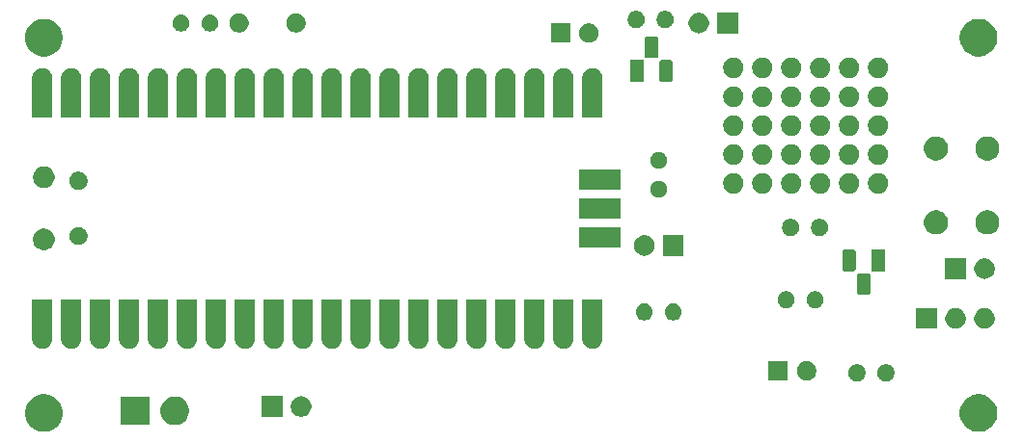
<source format=gbr>
G04 #@! TF.GenerationSoftware,KiCad,Pcbnew,5.1.5+dfsg1-2build2*
G04 #@! TF.CreationDate,2021-11-10T18:05:42-05:00*
G04 #@! TF.ProjectId,SINSONTE_MODEL_B,53494e53-4f4e-4544-955f-4d4f44454c5f,rev?*
G04 #@! TF.SameCoordinates,Original*
G04 #@! TF.FileFunction,Soldermask,Top*
G04 #@! TF.FilePolarity,Negative*
%FSLAX46Y46*%
G04 Gerber Fmt 4.6, Leading zero omitted, Abs format (unit mm)*
G04 Created by KiCad (PCBNEW 5.1.5+dfsg1-2build2) date 2021-11-10 18:05:42*
%MOMM*%
%LPD*%
G04 APERTURE LIST*
%ADD10C,0.100000*%
G04 APERTURE END LIST*
D10*
G36*
X136375256Y-85391298D02*
G01*
X136481579Y-85412447D01*
X136782042Y-85536903D01*
X137052451Y-85717585D01*
X137282415Y-85947549D01*
X137463097Y-86217958D01*
X137587553Y-86518421D01*
X137651000Y-86837391D01*
X137651000Y-87162609D01*
X137587553Y-87481579D01*
X137463097Y-87782042D01*
X137282415Y-88052451D01*
X137052451Y-88282415D01*
X136782042Y-88463097D01*
X136481579Y-88587553D01*
X136375256Y-88608702D01*
X136162611Y-88651000D01*
X135837389Y-88651000D01*
X135624744Y-88608702D01*
X135518421Y-88587553D01*
X135217958Y-88463097D01*
X134947549Y-88282415D01*
X134717585Y-88052451D01*
X134536903Y-87782042D01*
X134412447Y-87481579D01*
X134349000Y-87162609D01*
X134349000Y-86837391D01*
X134412447Y-86518421D01*
X134536903Y-86217958D01*
X134717585Y-85947549D01*
X134947549Y-85717585D01*
X135217958Y-85536903D01*
X135518421Y-85412447D01*
X135624744Y-85391298D01*
X135837389Y-85349000D01*
X136162611Y-85349000D01*
X136375256Y-85391298D01*
G37*
G36*
X54375256Y-85391298D02*
G01*
X54481579Y-85412447D01*
X54782042Y-85536903D01*
X55052451Y-85717585D01*
X55282415Y-85947549D01*
X55463097Y-86217958D01*
X55587553Y-86518421D01*
X55651000Y-86837391D01*
X55651000Y-87162609D01*
X55587553Y-87481579D01*
X55463097Y-87782042D01*
X55282415Y-88052451D01*
X55052451Y-88282415D01*
X54782042Y-88463097D01*
X54481579Y-88587553D01*
X54375256Y-88608702D01*
X54162611Y-88651000D01*
X53837389Y-88651000D01*
X53624744Y-88608702D01*
X53518421Y-88587553D01*
X53217958Y-88463097D01*
X52947549Y-88282415D01*
X52717585Y-88052451D01*
X52536903Y-87782042D01*
X52412447Y-87481579D01*
X52349000Y-87162609D01*
X52349000Y-86837391D01*
X52412447Y-86518421D01*
X52536903Y-86217958D01*
X52717585Y-85947549D01*
X52947549Y-85717585D01*
X53217958Y-85536903D01*
X53518421Y-85412447D01*
X53624744Y-85391298D01*
X53837389Y-85349000D01*
X54162611Y-85349000D01*
X54375256Y-85391298D01*
G37*
G36*
X63251000Y-88051000D02*
G01*
X60749000Y-88051000D01*
X60749000Y-85549000D01*
X63251000Y-85549000D01*
X63251000Y-88051000D01*
G37*
G36*
X65864903Y-85597075D02*
G01*
X66092571Y-85691378D01*
X66297466Y-85828285D01*
X66471715Y-86002534D01*
X66608622Y-86207429D01*
X66702925Y-86435097D01*
X66751000Y-86676787D01*
X66751000Y-86923213D01*
X66702925Y-87164903D01*
X66608622Y-87392571D01*
X66471715Y-87597466D01*
X66297466Y-87771715D01*
X66092571Y-87908622D01*
X66092570Y-87908623D01*
X66092569Y-87908623D01*
X65864903Y-88002925D01*
X65623214Y-88051000D01*
X65376786Y-88051000D01*
X65135097Y-88002925D01*
X64907431Y-87908623D01*
X64907430Y-87908623D01*
X64907429Y-87908622D01*
X64702534Y-87771715D01*
X64528285Y-87597466D01*
X64391378Y-87392571D01*
X64297075Y-87164903D01*
X64249000Y-86923213D01*
X64249000Y-86676787D01*
X64297075Y-86435097D01*
X64391378Y-86207429D01*
X64528285Y-86002534D01*
X64702534Y-85828285D01*
X64907429Y-85691378D01*
X65135097Y-85597075D01*
X65376786Y-85549000D01*
X65623214Y-85549000D01*
X65864903Y-85597075D01*
G37*
G36*
X74929300Y-87324500D02*
G01*
X73127300Y-87324500D01*
X73127300Y-85522500D01*
X74929300Y-85522500D01*
X74929300Y-87324500D01*
G37*
G36*
X76681812Y-85527427D02*
G01*
X76831112Y-85557124D01*
X76995084Y-85625044D01*
X77142654Y-85723647D01*
X77268153Y-85849146D01*
X77366756Y-85996716D01*
X77434676Y-86160688D01*
X77469300Y-86334759D01*
X77469300Y-86512241D01*
X77434676Y-86686312D01*
X77366756Y-86850284D01*
X77268153Y-86997854D01*
X77142654Y-87123353D01*
X76995084Y-87221956D01*
X76831112Y-87289876D01*
X76681812Y-87319573D01*
X76657042Y-87324500D01*
X76479558Y-87324500D01*
X76454788Y-87319573D01*
X76305488Y-87289876D01*
X76141516Y-87221956D01*
X75993946Y-87123353D01*
X75868447Y-86997854D01*
X75769844Y-86850284D01*
X75701924Y-86686312D01*
X75667300Y-86512241D01*
X75667300Y-86334759D01*
X75701924Y-86160688D01*
X75769844Y-85996716D01*
X75868447Y-85849146D01*
X75993946Y-85723647D01*
X76141516Y-85625044D01*
X76305488Y-85557124D01*
X76454788Y-85527427D01*
X76479558Y-85522500D01*
X76657042Y-85522500D01*
X76681812Y-85527427D01*
G37*
G36*
X128095359Y-82729560D02*
G01*
X128232032Y-82786172D01*
X128355035Y-82868360D01*
X128459640Y-82972965D01*
X128541828Y-83095968D01*
X128541829Y-83095970D01*
X128598440Y-83232641D01*
X128623319Y-83357716D01*
X128627300Y-83377733D01*
X128627300Y-83525667D01*
X128598440Y-83670759D01*
X128541828Y-83807432D01*
X128459640Y-83930435D01*
X128355035Y-84035040D01*
X128232032Y-84117228D01*
X128232031Y-84117229D01*
X128232030Y-84117229D01*
X128095359Y-84173840D01*
X127950268Y-84202700D01*
X127802332Y-84202700D01*
X127657241Y-84173840D01*
X127520570Y-84117229D01*
X127520569Y-84117229D01*
X127520568Y-84117228D01*
X127397565Y-84035040D01*
X127292960Y-83930435D01*
X127210772Y-83807432D01*
X127154160Y-83670759D01*
X127125300Y-83525667D01*
X127125300Y-83377733D01*
X127129282Y-83357716D01*
X127154160Y-83232641D01*
X127210771Y-83095970D01*
X127210772Y-83095968D01*
X127292960Y-82972965D01*
X127397565Y-82868360D01*
X127520568Y-82786172D01*
X127657241Y-82729560D01*
X127802332Y-82700700D01*
X127950268Y-82700700D01*
X128095359Y-82729560D01*
G37*
G36*
X125555359Y-82729560D02*
G01*
X125692032Y-82786172D01*
X125815035Y-82868360D01*
X125919640Y-82972965D01*
X126001828Y-83095968D01*
X126001829Y-83095970D01*
X126058440Y-83232641D01*
X126083319Y-83357716D01*
X126087300Y-83377733D01*
X126087300Y-83525667D01*
X126058440Y-83670759D01*
X126001828Y-83807432D01*
X125919640Y-83930435D01*
X125815035Y-84035040D01*
X125692032Y-84117228D01*
X125692031Y-84117229D01*
X125692030Y-84117229D01*
X125555359Y-84173840D01*
X125410268Y-84202700D01*
X125262332Y-84202700D01*
X125117241Y-84173840D01*
X124980570Y-84117229D01*
X124980569Y-84117229D01*
X124980568Y-84117228D01*
X124857565Y-84035040D01*
X124752960Y-83930435D01*
X124670772Y-83807432D01*
X124614160Y-83670759D01*
X124585300Y-83525667D01*
X124585300Y-83377733D01*
X124589282Y-83357716D01*
X124614160Y-83232641D01*
X124670771Y-83095970D01*
X124670772Y-83095968D01*
X124752960Y-82972965D01*
X124857565Y-82868360D01*
X124980568Y-82786172D01*
X125117241Y-82729560D01*
X125262332Y-82700700D01*
X125410268Y-82700700D01*
X125555359Y-82729560D01*
G37*
G36*
X121163028Y-82455603D02*
G01*
X121317900Y-82519753D01*
X121457281Y-82612885D01*
X121575815Y-82731419D01*
X121668947Y-82870800D01*
X121733097Y-83025672D01*
X121765800Y-83190084D01*
X121765800Y-83357716D01*
X121733097Y-83522128D01*
X121668947Y-83677000D01*
X121575815Y-83816381D01*
X121457281Y-83934915D01*
X121317900Y-84028047D01*
X121163028Y-84092197D01*
X120998616Y-84124900D01*
X120830984Y-84124900D01*
X120666572Y-84092197D01*
X120511700Y-84028047D01*
X120372319Y-83934915D01*
X120253785Y-83816381D01*
X120160653Y-83677000D01*
X120096503Y-83522128D01*
X120063800Y-83357716D01*
X120063800Y-83190084D01*
X120096503Y-83025672D01*
X120160653Y-82870800D01*
X120253785Y-82731419D01*
X120372319Y-82612885D01*
X120511700Y-82519753D01*
X120666572Y-82455603D01*
X120830984Y-82422900D01*
X120998616Y-82422900D01*
X121163028Y-82455603D01*
G37*
G36*
X119265800Y-84124900D02*
G01*
X117563800Y-84124900D01*
X117563800Y-82422900D01*
X119265800Y-82422900D01*
X119265800Y-84124900D01*
G37*
G36*
X92871000Y-80627465D02*
G01*
X92870822Y-80627611D01*
X92855277Y-80646553D01*
X92843726Y-80668164D01*
X92836617Y-80691598D01*
X92836376Y-80692812D01*
X92768456Y-80856784D01*
X92669853Y-81004354D01*
X92544354Y-81129853D01*
X92396784Y-81228456D01*
X92232812Y-81296376D01*
X92083512Y-81326073D01*
X92058742Y-81331000D01*
X91881258Y-81331000D01*
X91856488Y-81326073D01*
X91707188Y-81296376D01*
X91543216Y-81228456D01*
X91395646Y-81129853D01*
X91270147Y-81004354D01*
X91171544Y-80856784D01*
X91103624Y-80692812D01*
X91103383Y-80691598D01*
X91096275Y-80668167D01*
X91084725Y-80646556D01*
X91069180Y-80627614D01*
X91069000Y-80627466D01*
X91069000Y-76989000D01*
X92871000Y-76989000D01*
X92871000Y-80627465D01*
G37*
G36*
X54771000Y-80627465D02*
G01*
X54770822Y-80627611D01*
X54755277Y-80646553D01*
X54743726Y-80668164D01*
X54736617Y-80691598D01*
X54736376Y-80692812D01*
X54668456Y-80856784D01*
X54569853Y-81004354D01*
X54444354Y-81129853D01*
X54296784Y-81228456D01*
X54132812Y-81296376D01*
X53983512Y-81326073D01*
X53958742Y-81331000D01*
X53781258Y-81331000D01*
X53756488Y-81326073D01*
X53607188Y-81296376D01*
X53443216Y-81228456D01*
X53295646Y-81129853D01*
X53170147Y-81004354D01*
X53071544Y-80856784D01*
X53003624Y-80692812D01*
X53003383Y-80691598D01*
X52996275Y-80668167D01*
X52984725Y-80646556D01*
X52969180Y-80627614D01*
X52969000Y-80627466D01*
X52969000Y-76989000D01*
X54771000Y-76989000D01*
X54771000Y-80627465D01*
G37*
G36*
X57311000Y-80627465D02*
G01*
X57310822Y-80627611D01*
X57295277Y-80646553D01*
X57283726Y-80668164D01*
X57276617Y-80691598D01*
X57276376Y-80692812D01*
X57208456Y-80856784D01*
X57109853Y-81004354D01*
X56984354Y-81129853D01*
X56836784Y-81228456D01*
X56672812Y-81296376D01*
X56523512Y-81326073D01*
X56498742Y-81331000D01*
X56321258Y-81331000D01*
X56296488Y-81326073D01*
X56147188Y-81296376D01*
X55983216Y-81228456D01*
X55835646Y-81129853D01*
X55710147Y-81004354D01*
X55611544Y-80856784D01*
X55543624Y-80692812D01*
X55543383Y-80691598D01*
X55536275Y-80668167D01*
X55524725Y-80646556D01*
X55509180Y-80627614D01*
X55509000Y-80627466D01*
X55509000Y-76989000D01*
X57311000Y-76989000D01*
X57311000Y-80627465D01*
G37*
G36*
X59851000Y-80627465D02*
G01*
X59850822Y-80627611D01*
X59835277Y-80646553D01*
X59823726Y-80668164D01*
X59816617Y-80691598D01*
X59816376Y-80692812D01*
X59748456Y-80856784D01*
X59649853Y-81004354D01*
X59524354Y-81129853D01*
X59376784Y-81228456D01*
X59212812Y-81296376D01*
X59063512Y-81326073D01*
X59038742Y-81331000D01*
X58861258Y-81331000D01*
X58836488Y-81326073D01*
X58687188Y-81296376D01*
X58523216Y-81228456D01*
X58375646Y-81129853D01*
X58250147Y-81004354D01*
X58151544Y-80856784D01*
X58083624Y-80692812D01*
X58083383Y-80691598D01*
X58076275Y-80668167D01*
X58064725Y-80646556D01*
X58049180Y-80627614D01*
X58049000Y-80627466D01*
X58049000Y-76989000D01*
X59851000Y-76989000D01*
X59851000Y-80627465D01*
G37*
G36*
X62391000Y-80627465D02*
G01*
X62390822Y-80627611D01*
X62375277Y-80646553D01*
X62363726Y-80668164D01*
X62356617Y-80691598D01*
X62356376Y-80692812D01*
X62288456Y-80856784D01*
X62189853Y-81004354D01*
X62064354Y-81129853D01*
X61916784Y-81228456D01*
X61752812Y-81296376D01*
X61603512Y-81326073D01*
X61578742Y-81331000D01*
X61401258Y-81331000D01*
X61376488Y-81326073D01*
X61227188Y-81296376D01*
X61063216Y-81228456D01*
X60915646Y-81129853D01*
X60790147Y-81004354D01*
X60691544Y-80856784D01*
X60623624Y-80692812D01*
X60623383Y-80691598D01*
X60616275Y-80668167D01*
X60604725Y-80646556D01*
X60589180Y-80627614D01*
X60589000Y-80627466D01*
X60589000Y-76989000D01*
X62391000Y-76989000D01*
X62391000Y-80627465D01*
G37*
G36*
X64931000Y-80627465D02*
G01*
X64930822Y-80627611D01*
X64915277Y-80646553D01*
X64903726Y-80668164D01*
X64896617Y-80691598D01*
X64896376Y-80692812D01*
X64828456Y-80856784D01*
X64729853Y-81004354D01*
X64604354Y-81129853D01*
X64456784Y-81228456D01*
X64292812Y-81296376D01*
X64143512Y-81326073D01*
X64118742Y-81331000D01*
X63941258Y-81331000D01*
X63916488Y-81326073D01*
X63767188Y-81296376D01*
X63603216Y-81228456D01*
X63455646Y-81129853D01*
X63330147Y-81004354D01*
X63231544Y-80856784D01*
X63163624Y-80692812D01*
X63163383Y-80691598D01*
X63156275Y-80668167D01*
X63144725Y-80646556D01*
X63129180Y-80627614D01*
X63129000Y-80627466D01*
X63129000Y-76989000D01*
X64931000Y-76989000D01*
X64931000Y-80627465D01*
G37*
G36*
X67471000Y-80627465D02*
G01*
X67470822Y-80627611D01*
X67455277Y-80646553D01*
X67443726Y-80668164D01*
X67436617Y-80691598D01*
X67436376Y-80692812D01*
X67368456Y-80856784D01*
X67269853Y-81004354D01*
X67144354Y-81129853D01*
X66996784Y-81228456D01*
X66832812Y-81296376D01*
X66683512Y-81326073D01*
X66658742Y-81331000D01*
X66481258Y-81331000D01*
X66456488Y-81326073D01*
X66307188Y-81296376D01*
X66143216Y-81228456D01*
X65995646Y-81129853D01*
X65870147Y-81004354D01*
X65771544Y-80856784D01*
X65703624Y-80692812D01*
X65703383Y-80691598D01*
X65696275Y-80668167D01*
X65684725Y-80646556D01*
X65669180Y-80627614D01*
X65669000Y-80627466D01*
X65669000Y-76989000D01*
X67471000Y-76989000D01*
X67471000Y-80627465D01*
G37*
G36*
X70011000Y-80627465D02*
G01*
X70010822Y-80627611D01*
X69995277Y-80646553D01*
X69983726Y-80668164D01*
X69976617Y-80691598D01*
X69976376Y-80692812D01*
X69908456Y-80856784D01*
X69809853Y-81004354D01*
X69684354Y-81129853D01*
X69536784Y-81228456D01*
X69372812Y-81296376D01*
X69223512Y-81326073D01*
X69198742Y-81331000D01*
X69021258Y-81331000D01*
X68996488Y-81326073D01*
X68847188Y-81296376D01*
X68683216Y-81228456D01*
X68535646Y-81129853D01*
X68410147Y-81004354D01*
X68311544Y-80856784D01*
X68243624Y-80692812D01*
X68243383Y-80691598D01*
X68236275Y-80668167D01*
X68224725Y-80646556D01*
X68209180Y-80627614D01*
X68209000Y-80627466D01*
X68209000Y-76989000D01*
X70011000Y-76989000D01*
X70011000Y-80627465D01*
G37*
G36*
X72551000Y-80627465D02*
G01*
X72550822Y-80627611D01*
X72535277Y-80646553D01*
X72523726Y-80668164D01*
X72516617Y-80691598D01*
X72516376Y-80692812D01*
X72448456Y-80856784D01*
X72349853Y-81004354D01*
X72224354Y-81129853D01*
X72076784Y-81228456D01*
X71912812Y-81296376D01*
X71763512Y-81326073D01*
X71738742Y-81331000D01*
X71561258Y-81331000D01*
X71536488Y-81326073D01*
X71387188Y-81296376D01*
X71223216Y-81228456D01*
X71075646Y-81129853D01*
X70950147Y-81004354D01*
X70851544Y-80856784D01*
X70783624Y-80692812D01*
X70783383Y-80691598D01*
X70776275Y-80668167D01*
X70764725Y-80646556D01*
X70749180Y-80627614D01*
X70749000Y-80627466D01*
X70749000Y-76989000D01*
X72551000Y-76989000D01*
X72551000Y-80627465D01*
G37*
G36*
X103031000Y-80627465D02*
G01*
X103030822Y-80627611D01*
X103015277Y-80646553D01*
X103003726Y-80668164D01*
X102996617Y-80691598D01*
X102996376Y-80692812D01*
X102928456Y-80856784D01*
X102829853Y-81004354D01*
X102704354Y-81129853D01*
X102556784Y-81228456D01*
X102392812Y-81296376D01*
X102243512Y-81326073D01*
X102218742Y-81331000D01*
X102041258Y-81331000D01*
X102016488Y-81326073D01*
X101867188Y-81296376D01*
X101703216Y-81228456D01*
X101555646Y-81129853D01*
X101430147Y-81004354D01*
X101331544Y-80856784D01*
X101263624Y-80692812D01*
X101263383Y-80691598D01*
X101256275Y-80668167D01*
X101244725Y-80646556D01*
X101229180Y-80627614D01*
X101229000Y-80627466D01*
X101229000Y-76989000D01*
X103031000Y-76989000D01*
X103031000Y-80627465D01*
G37*
G36*
X100491000Y-80627465D02*
G01*
X100490822Y-80627611D01*
X100475277Y-80646553D01*
X100463726Y-80668164D01*
X100456617Y-80691598D01*
X100456376Y-80692812D01*
X100388456Y-80856784D01*
X100289853Y-81004354D01*
X100164354Y-81129853D01*
X100016784Y-81228456D01*
X99852812Y-81296376D01*
X99703512Y-81326073D01*
X99678742Y-81331000D01*
X99501258Y-81331000D01*
X99476488Y-81326073D01*
X99327188Y-81296376D01*
X99163216Y-81228456D01*
X99015646Y-81129853D01*
X98890147Y-81004354D01*
X98791544Y-80856784D01*
X98723624Y-80692812D01*
X98723383Y-80691598D01*
X98716275Y-80668167D01*
X98704725Y-80646556D01*
X98689180Y-80627614D01*
X98689000Y-80627466D01*
X98689000Y-76989000D01*
X100491000Y-76989000D01*
X100491000Y-80627465D01*
G37*
G36*
X97951000Y-80627465D02*
G01*
X97950822Y-80627611D01*
X97935277Y-80646553D01*
X97923726Y-80668164D01*
X97916617Y-80691598D01*
X97916376Y-80692812D01*
X97848456Y-80856784D01*
X97749853Y-81004354D01*
X97624354Y-81129853D01*
X97476784Y-81228456D01*
X97312812Y-81296376D01*
X97163512Y-81326073D01*
X97138742Y-81331000D01*
X96961258Y-81331000D01*
X96936488Y-81326073D01*
X96787188Y-81296376D01*
X96623216Y-81228456D01*
X96475646Y-81129853D01*
X96350147Y-81004354D01*
X96251544Y-80856784D01*
X96183624Y-80692812D01*
X96183383Y-80691598D01*
X96176275Y-80668167D01*
X96164725Y-80646556D01*
X96149180Y-80627614D01*
X96149000Y-80627466D01*
X96149000Y-76989000D01*
X97951000Y-76989000D01*
X97951000Y-80627465D01*
G37*
G36*
X95411000Y-80627465D02*
G01*
X95410822Y-80627611D01*
X95395277Y-80646553D01*
X95383726Y-80668164D01*
X95376617Y-80691598D01*
X95376376Y-80692812D01*
X95308456Y-80856784D01*
X95209853Y-81004354D01*
X95084354Y-81129853D01*
X94936784Y-81228456D01*
X94772812Y-81296376D01*
X94623512Y-81326073D01*
X94598742Y-81331000D01*
X94421258Y-81331000D01*
X94396488Y-81326073D01*
X94247188Y-81296376D01*
X94083216Y-81228456D01*
X93935646Y-81129853D01*
X93810147Y-81004354D01*
X93711544Y-80856784D01*
X93643624Y-80692812D01*
X93643383Y-80691598D01*
X93636275Y-80668167D01*
X93624725Y-80646556D01*
X93609180Y-80627614D01*
X93609000Y-80627466D01*
X93609000Y-76989000D01*
X95411000Y-76989000D01*
X95411000Y-80627465D01*
G37*
G36*
X90331000Y-80627465D02*
G01*
X90330822Y-80627611D01*
X90315277Y-80646553D01*
X90303726Y-80668164D01*
X90296617Y-80691598D01*
X90296376Y-80692812D01*
X90228456Y-80856784D01*
X90129853Y-81004354D01*
X90004354Y-81129853D01*
X89856784Y-81228456D01*
X89692812Y-81296376D01*
X89543512Y-81326073D01*
X89518742Y-81331000D01*
X89341258Y-81331000D01*
X89316488Y-81326073D01*
X89167188Y-81296376D01*
X89003216Y-81228456D01*
X88855646Y-81129853D01*
X88730147Y-81004354D01*
X88631544Y-80856784D01*
X88563624Y-80692812D01*
X88563383Y-80691598D01*
X88556275Y-80668167D01*
X88544725Y-80646556D01*
X88529180Y-80627614D01*
X88529000Y-80627466D01*
X88529000Y-76989000D01*
X90331000Y-76989000D01*
X90331000Y-80627465D01*
G37*
G36*
X87791000Y-80627465D02*
G01*
X87790822Y-80627611D01*
X87775277Y-80646553D01*
X87763726Y-80668164D01*
X87756617Y-80691598D01*
X87756376Y-80692812D01*
X87688456Y-80856784D01*
X87589853Y-81004354D01*
X87464354Y-81129853D01*
X87316784Y-81228456D01*
X87152812Y-81296376D01*
X87003512Y-81326073D01*
X86978742Y-81331000D01*
X86801258Y-81331000D01*
X86776488Y-81326073D01*
X86627188Y-81296376D01*
X86463216Y-81228456D01*
X86315646Y-81129853D01*
X86190147Y-81004354D01*
X86091544Y-80856784D01*
X86023624Y-80692812D01*
X86023383Y-80691598D01*
X86016275Y-80668167D01*
X86004725Y-80646556D01*
X85989180Y-80627614D01*
X85989000Y-80627466D01*
X85989000Y-76989000D01*
X87791000Y-76989000D01*
X87791000Y-80627465D01*
G37*
G36*
X82711000Y-80627465D02*
G01*
X82710822Y-80627611D01*
X82695277Y-80646553D01*
X82683726Y-80668164D01*
X82676617Y-80691598D01*
X82676376Y-80692812D01*
X82608456Y-80856784D01*
X82509853Y-81004354D01*
X82384354Y-81129853D01*
X82236784Y-81228456D01*
X82072812Y-81296376D01*
X81923512Y-81326073D01*
X81898742Y-81331000D01*
X81721258Y-81331000D01*
X81696488Y-81326073D01*
X81547188Y-81296376D01*
X81383216Y-81228456D01*
X81235646Y-81129853D01*
X81110147Y-81004354D01*
X81011544Y-80856784D01*
X80943624Y-80692812D01*
X80943383Y-80691598D01*
X80936275Y-80668167D01*
X80924725Y-80646556D01*
X80909180Y-80627614D01*
X80909000Y-80627466D01*
X80909000Y-76989000D01*
X82711000Y-76989000D01*
X82711000Y-80627465D01*
G37*
G36*
X80171000Y-80627465D02*
G01*
X80170822Y-80627611D01*
X80155277Y-80646553D01*
X80143726Y-80668164D01*
X80136617Y-80691598D01*
X80136376Y-80692812D01*
X80068456Y-80856784D01*
X79969853Y-81004354D01*
X79844354Y-81129853D01*
X79696784Y-81228456D01*
X79532812Y-81296376D01*
X79383512Y-81326073D01*
X79358742Y-81331000D01*
X79181258Y-81331000D01*
X79156488Y-81326073D01*
X79007188Y-81296376D01*
X78843216Y-81228456D01*
X78695646Y-81129853D01*
X78570147Y-81004354D01*
X78471544Y-80856784D01*
X78403624Y-80692812D01*
X78403383Y-80691598D01*
X78396275Y-80668167D01*
X78384725Y-80646556D01*
X78369180Y-80627614D01*
X78369000Y-80627466D01*
X78369000Y-76989000D01*
X80171000Y-76989000D01*
X80171000Y-80627465D01*
G37*
G36*
X77631000Y-80627465D02*
G01*
X77630822Y-80627611D01*
X77615277Y-80646553D01*
X77603726Y-80668164D01*
X77596617Y-80691598D01*
X77596376Y-80692812D01*
X77528456Y-80856784D01*
X77429853Y-81004354D01*
X77304354Y-81129853D01*
X77156784Y-81228456D01*
X76992812Y-81296376D01*
X76843512Y-81326073D01*
X76818742Y-81331000D01*
X76641258Y-81331000D01*
X76616488Y-81326073D01*
X76467188Y-81296376D01*
X76303216Y-81228456D01*
X76155646Y-81129853D01*
X76030147Y-81004354D01*
X75931544Y-80856784D01*
X75863624Y-80692812D01*
X75863383Y-80691598D01*
X75856275Y-80668167D01*
X75844725Y-80646556D01*
X75829180Y-80627614D01*
X75829000Y-80627466D01*
X75829000Y-76989000D01*
X77631000Y-76989000D01*
X77631000Y-80627465D01*
G37*
G36*
X85251000Y-80627465D02*
G01*
X85250822Y-80627611D01*
X85235277Y-80646553D01*
X85223726Y-80668164D01*
X85216617Y-80691598D01*
X85216376Y-80692812D01*
X85148456Y-80856784D01*
X85049853Y-81004354D01*
X84924354Y-81129853D01*
X84776784Y-81228456D01*
X84612812Y-81296376D01*
X84463512Y-81326073D01*
X84438742Y-81331000D01*
X84261258Y-81331000D01*
X84236488Y-81326073D01*
X84087188Y-81296376D01*
X83923216Y-81228456D01*
X83775646Y-81129853D01*
X83650147Y-81004354D01*
X83551544Y-80856784D01*
X83483624Y-80692812D01*
X83483383Y-80691598D01*
X83476275Y-80668167D01*
X83464725Y-80646556D01*
X83449180Y-80627614D01*
X83449000Y-80627466D01*
X83449000Y-76989000D01*
X85251000Y-76989000D01*
X85251000Y-80627465D01*
G37*
G36*
X75091000Y-80627465D02*
G01*
X75090822Y-80627611D01*
X75075277Y-80646553D01*
X75063726Y-80668164D01*
X75056617Y-80691598D01*
X75056376Y-80692812D01*
X74988456Y-80856784D01*
X74889853Y-81004354D01*
X74764354Y-81129853D01*
X74616784Y-81228456D01*
X74452812Y-81296376D01*
X74303512Y-81326073D01*
X74278742Y-81331000D01*
X74101258Y-81331000D01*
X74076488Y-81326073D01*
X73927188Y-81296376D01*
X73763216Y-81228456D01*
X73615646Y-81129853D01*
X73490147Y-81004354D01*
X73391544Y-80856784D01*
X73323624Y-80692812D01*
X73323383Y-80691598D01*
X73316275Y-80668167D01*
X73304725Y-80646556D01*
X73289180Y-80627614D01*
X73289000Y-80627466D01*
X73289000Y-76989000D01*
X75091000Y-76989000D01*
X75091000Y-80627465D01*
G37*
G36*
X134098512Y-77780427D02*
G01*
X134247812Y-77810124D01*
X134411784Y-77878044D01*
X134559354Y-77976647D01*
X134684853Y-78102146D01*
X134783456Y-78249716D01*
X134851376Y-78413688D01*
X134881073Y-78562988D01*
X134886000Y-78587758D01*
X134886000Y-78765242D01*
X134884948Y-78770529D01*
X134851376Y-78939312D01*
X134783456Y-79103284D01*
X134684853Y-79250854D01*
X134559354Y-79376353D01*
X134411784Y-79474956D01*
X134247812Y-79542876D01*
X134098512Y-79572573D01*
X134073742Y-79577500D01*
X133896258Y-79577500D01*
X133871488Y-79572573D01*
X133722188Y-79542876D01*
X133558216Y-79474956D01*
X133410646Y-79376353D01*
X133285147Y-79250854D01*
X133186544Y-79103284D01*
X133118624Y-78939312D01*
X133085052Y-78770529D01*
X133084000Y-78765242D01*
X133084000Y-78587758D01*
X133088927Y-78562988D01*
X133118624Y-78413688D01*
X133186544Y-78249716D01*
X133285147Y-78102146D01*
X133410646Y-77976647D01*
X133558216Y-77878044D01*
X133722188Y-77810124D01*
X133871488Y-77780427D01*
X133896258Y-77775500D01*
X134073742Y-77775500D01*
X134098512Y-77780427D01*
G37*
G36*
X132346000Y-79577500D02*
G01*
X130544000Y-79577500D01*
X130544000Y-77775500D01*
X132346000Y-77775500D01*
X132346000Y-79577500D01*
G37*
G36*
X136638512Y-77780427D02*
G01*
X136787812Y-77810124D01*
X136951784Y-77878044D01*
X137099354Y-77976647D01*
X137224853Y-78102146D01*
X137323456Y-78249716D01*
X137391376Y-78413688D01*
X137421073Y-78562988D01*
X137426000Y-78587758D01*
X137426000Y-78765242D01*
X137424948Y-78770529D01*
X137391376Y-78939312D01*
X137323456Y-79103284D01*
X137224853Y-79250854D01*
X137099354Y-79376353D01*
X136951784Y-79474956D01*
X136787812Y-79542876D01*
X136638512Y-79572573D01*
X136613742Y-79577500D01*
X136436258Y-79577500D01*
X136411488Y-79572573D01*
X136262188Y-79542876D01*
X136098216Y-79474956D01*
X135950646Y-79376353D01*
X135825147Y-79250854D01*
X135726544Y-79103284D01*
X135658624Y-78939312D01*
X135625052Y-78770529D01*
X135624000Y-78765242D01*
X135624000Y-78587758D01*
X135628927Y-78562988D01*
X135658624Y-78413688D01*
X135726544Y-78249716D01*
X135825147Y-78102146D01*
X135950646Y-77976647D01*
X136098216Y-77878044D01*
X136262188Y-77810124D01*
X136411488Y-77780427D01*
X136436258Y-77775500D01*
X136613742Y-77775500D01*
X136638512Y-77780427D01*
G37*
G36*
X109430864Y-77381230D02*
G01*
X109439059Y-77382860D01*
X109575732Y-77439472D01*
X109698735Y-77521660D01*
X109803340Y-77626265D01*
X109846613Y-77691028D01*
X109885529Y-77749270D01*
X109942140Y-77885941D01*
X109971000Y-78031032D01*
X109971000Y-78178968D01*
X109956927Y-78249718D01*
X109942140Y-78324059D01*
X109885528Y-78460732D01*
X109803340Y-78583735D01*
X109698735Y-78688340D01*
X109575732Y-78770528D01*
X109575731Y-78770529D01*
X109575730Y-78770529D01*
X109439059Y-78827140D01*
X109293968Y-78856000D01*
X109146032Y-78856000D01*
X109000941Y-78827140D01*
X108864270Y-78770529D01*
X108864269Y-78770529D01*
X108864268Y-78770528D01*
X108741265Y-78688340D01*
X108636660Y-78583735D01*
X108554472Y-78460732D01*
X108497860Y-78324059D01*
X108483073Y-78249718D01*
X108469000Y-78178968D01*
X108469000Y-78031032D01*
X108497860Y-77885941D01*
X108554471Y-77749270D01*
X108593387Y-77691028D01*
X108636660Y-77626265D01*
X108741265Y-77521660D01*
X108864268Y-77439472D01*
X109000941Y-77382860D01*
X109009136Y-77381230D01*
X109146032Y-77354000D01*
X109293968Y-77354000D01*
X109430864Y-77381230D01*
G37*
G36*
X106890864Y-77381230D02*
G01*
X106899059Y-77382860D01*
X107035732Y-77439472D01*
X107158735Y-77521660D01*
X107263340Y-77626265D01*
X107306613Y-77691028D01*
X107345529Y-77749270D01*
X107402140Y-77885941D01*
X107431000Y-78031032D01*
X107431000Y-78178968D01*
X107416927Y-78249718D01*
X107402140Y-78324059D01*
X107345528Y-78460732D01*
X107263340Y-78583735D01*
X107158735Y-78688340D01*
X107035732Y-78770528D01*
X107035731Y-78770529D01*
X107035730Y-78770529D01*
X106899059Y-78827140D01*
X106753968Y-78856000D01*
X106606032Y-78856000D01*
X106460941Y-78827140D01*
X106324270Y-78770529D01*
X106324269Y-78770529D01*
X106324268Y-78770528D01*
X106201265Y-78688340D01*
X106096660Y-78583735D01*
X106014472Y-78460732D01*
X105957860Y-78324059D01*
X105943073Y-78249718D01*
X105929000Y-78178968D01*
X105929000Y-78031032D01*
X105957860Y-77885941D01*
X106014471Y-77749270D01*
X106053387Y-77691028D01*
X106096660Y-77626265D01*
X106201265Y-77521660D01*
X106324268Y-77439472D01*
X106460941Y-77382860D01*
X106469136Y-77381230D01*
X106606032Y-77354000D01*
X106753968Y-77354000D01*
X106890864Y-77381230D01*
G37*
G36*
X121885059Y-76303360D02*
G01*
X122008184Y-76354360D01*
X122021732Y-76359972D01*
X122144735Y-76442160D01*
X122249340Y-76546765D01*
X122331528Y-76669768D01*
X122388140Y-76806441D01*
X122417000Y-76951533D01*
X122417000Y-77099467D01*
X122388140Y-77244559D01*
X122331528Y-77381232D01*
X122249340Y-77504235D01*
X122144735Y-77608840D01*
X122021732Y-77691028D01*
X122021731Y-77691029D01*
X122021730Y-77691029D01*
X121885059Y-77747640D01*
X121739968Y-77776500D01*
X121592032Y-77776500D01*
X121446941Y-77747640D01*
X121310270Y-77691029D01*
X121310269Y-77691029D01*
X121310268Y-77691028D01*
X121187265Y-77608840D01*
X121082660Y-77504235D01*
X121000472Y-77381232D01*
X120943860Y-77244559D01*
X120915000Y-77099467D01*
X120915000Y-76951533D01*
X120943860Y-76806441D01*
X121000472Y-76669768D01*
X121082660Y-76546765D01*
X121187265Y-76442160D01*
X121310268Y-76359972D01*
X121323817Y-76354360D01*
X121446941Y-76303360D01*
X121592032Y-76274500D01*
X121739968Y-76274500D01*
X121885059Y-76303360D01*
G37*
G36*
X119345059Y-76303360D02*
G01*
X119468184Y-76354360D01*
X119481732Y-76359972D01*
X119604735Y-76442160D01*
X119709340Y-76546765D01*
X119791528Y-76669768D01*
X119848140Y-76806441D01*
X119877000Y-76951533D01*
X119877000Y-77099467D01*
X119848140Y-77244559D01*
X119791528Y-77381232D01*
X119709340Y-77504235D01*
X119604735Y-77608840D01*
X119481732Y-77691028D01*
X119481731Y-77691029D01*
X119481730Y-77691029D01*
X119345059Y-77747640D01*
X119199968Y-77776500D01*
X119052032Y-77776500D01*
X118906941Y-77747640D01*
X118770270Y-77691029D01*
X118770269Y-77691029D01*
X118770268Y-77691028D01*
X118647265Y-77608840D01*
X118542660Y-77504235D01*
X118460472Y-77381232D01*
X118403860Y-77244559D01*
X118375000Y-77099467D01*
X118375000Y-76951533D01*
X118403860Y-76806441D01*
X118460472Y-76669768D01*
X118542660Y-76546765D01*
X118647265Y-76442160D01*
X118770268Y-76359972D01*
X118783817Y-76354360D01*
X118906941Y-76303360D01*
X119052032Y-76274500D01*
X119199968Y-76274500D01*
X119345059Y-76303360D01*
G37*
G36*
X126329815Y-74701666D02*
G01*
X126374347Y-74715175D01*
X126405577Y-74731868D01*
X126420180Y-74737917D01*
X126431244Y-74750124D01*
X126451364Y-74766636D01*
X126480885Y-74802608D01*
X126502826Y-74843657D01*
X126516334Y-74888185D01*
X126521500Y-74940640D01*
X126521500Y-76354360D01*
X126516334Y-76406815D01*
X126502826Y-76451343D01*
X126480885Y-76492392D01*
X126451364Y-76528364D01*
X126415392Y-76557885D01*
X126374343Y-76579826D01*
X126329815Y-76593334D01*
X126277360Y-76598500D01*
X125563640Y-76598500D01*
X125511185Y-76593334D01*
X125466657Y-76579826D01*
X125425608Y-76557885D01*
X125389636Y-76528364D01*
X125360115Y-76492392D01*
X125338174Y-76451343D01*
X125324666Y-76406815D01*
X125319500Y-76354360D01*
X125319500Y-74940640D01*
X125324666Y-74888185D01*
X125338174Y-74843657D01*
X125360115Y-74802608D01*
X125389636Y-74766636D01*
X125425608Y-74737115D01*
X125466657Y-74715174D01*
X125511185Y-74701666D01*
X125563640Y-74696500D01*
X126277360Y-74696500D01*
X126329815Y-74701666D01*
G37*
G36*
X136638512Y-73398927D02*
G01*
X136787812Y-73428624D01*
X136951784Y-73496544D01*
X137099354Y-73595147D01*
X137224853Y-73720646D01*
X137323456Y-73868216D01*
X137391376Y-74032188D01*
X137426000Y-74206259D01*
X137426000Y-74383741D01*
X137391376Y-74557812D01*
X137323456Y-74721784D01*
X137224853Y-74869354D01*
X137099354Y-74994853D01*
X136951784Y-75093456D01*
X136787812Y-75161376D01*
X136638512Y-75191073D01*
X136613742Y-75196000D01*
X136436258Y-75196000D01*
X136411488Y-75191073D01*
X136262188Y-75161376D01*
X136098216Y-75093456D01*
X135950646Y-74994853D01*
X135825147Y-74869354D01*
X135726544Y-74721784D01*
X135658624Y-74557812D01*
X135624000Y-74383741D01*
X135624000Y-74206259D01*
X135658624Y-74032188D01*
X135726544Y-73868216D01*
X135825147Y-73720646D01*
X135950646Y-73595147D01*
X136098216Y-73496544D01*
X136262188Y-73428624D01*
X136411488Y-73398927D01*
X136436258Y-73394000D01*
X136613742Y-73394000D01*
X136638512Y-73398927D01*
G37*
G36*
X134886000Y-75196000D02*
G01*
X133084000Y-75196000D01*
X133084000Y-73394000D01*
X134886000Y-73394000D01*
X134886000Y-75196000D01*
G37*
G36*
X125059815Y-72631666D02*
G01*
X125104343Y-72645174D01*
X125145392Y-72667115D01*
X125181364Y-72696636D01*
X125210885Y-72732608D01*
X125232826Y-72773657D01*
X125246334Y-72818185D01*
X125251500Y-72870640D01*
X125251500Y-74284360D01*
X125246334Y-74336815D01*
X125232826Y-74381343D01*
X125210885Y-74422392D01*
X125181364Y-74458364D01*
X125145392Y-74487885D01*
X125104343Y-74509826D01*
X125059815Y-74523334D01*
X125007360Y-74528500D01*
X124293640Y-74528500D01*
X124241185Y-74523334D01*
X124196657Y-74509826D01*
X124155608Y-74487885D01*
X124119636Y-74458364D01*
X124090115Y-74422392D01*
X124068174Y-74381343D01*
X124054666Y-74336815D01*
X124049500Y-74284360D01*
X124049500Y-72870640D01*
X124054666Y-72818185D01*
X124068174Y-72773657D01*
X124090115Y-72732608D01*
X124119636Y-72696636D01*
X124155608Y-72667115D01*
X124196657Y-72645174D01*
X124241185Y-72631666D01*
X124293640Y-72626500D01*
X125007360Y-72626500D01*
X125059815Y-72631666D01*
G37*
G36*
X127791500Y-74528500D02*
G01*
X126589500Y-74528500D01*
X126589500Y-72626500D01*
X127791500Y-72626500D01*
X127791500Y-74528500D01*
G37*
G36*
X106793512Y-71366927D02*
G01*
X106942812Y-71396624D01*
X107106784Y-71464544D01*
X107254354Y-71563147D01*
X107379853Y-71688646D01*
X107478456Y-71836216D01*
X107546376Y-72000188D01*
X107581000Y-72174259D01*
X107581000Y-72351741D01*
X107546376Y-72525812D01*
X107478456Y-72689784D01*
X107379853Y-72837354D01*
X107254354Y-72962853D01*
X107106784Y-73061456D01*
X106942812Y-73129376D01*
X106793512Y-73159073D01*
X106768742Y-73164000D01*
X106591258Y-73164000D01*
X106566488Y-73159073D01*
X106417188Y-73129376D01*
X106253216Y-73061456D01*
X106105646Y-72962853D01*
X105980147Y-72837354D01*
X105881544Y-72689784D01*
X105813624Y-72525812D01*
X105779000Y-72351741D01*
X105779000Y-72174259D01*
X105813624Y-72000188D01*
X105881544Y-71836216D01*
X105980147Y-71688646D01*
X106105646Y-71563147D01*
X106253216Y-71464544D01*
X106417188Y-71396624D01*
X106566488Y-71366927D01*
X106591258Y-71362000D01*
X106768742Y-71362000D01*
X106793512Y-71366927D01*
G37*
G36*
X110121000Y-73164000D02*
G01*
X108319000Y-73164000D01*
X108319000Y-71362000D01*
X110121000Y-71362000D01*
X110121000Y-73164000D01*
G37*
G36*
X54277395Y-70810546D02*
G01*
X54450466Y-70882234D01*
X54478511Y-70900973D01*
X54606227Y-70986310D01*
X54738690Y-71118773D01*
X54791081Y-71197182D01*
X54842766Y-71274534D01*
X54914454Y-71447605D01*
X54951000Y-71631333D01*
X54951000Y-71818667D01*
X54914454Y-72002395D01*
X54842766Y-72175466D01*
X54842765Y-72175467D01*
X54738690Y-72331227D01*
X54606227Y-72463690D01*
X54527818Y-72516081D01*
X54450466Y-72567766D01*
X54277395Y-72639454D01*
X54093667Y-72676000D01*
X53906333Y-72676000D01*
X53722605Y-72639454D01*
X53549534Y-72567766D01*
X53472182Y-72516081D01*
X53393773Y-72463690D01*
X53261310Y-72331227D01*
X53157235Y-72175467D01*
X53157234Y-72175466D01*
X53085546Y-72002395D01*
X53049000Y-71818667D01*
X53049000Y-71631333D01*
X53085546Y-71447605D01*
X53157234Y-71274534D01*
X53208919Y-71197182D01*
X53261310Y-71118773D01*
X53393773Y-70986310D01*
X53521489Y-70900973D01*
X53549534Y-70882234D01*
X53722605Y-70810546D01*
X53906333Y-70774000D01*
X54093667Y-70774000D01*
X54277395Y-70810546D01*
G37*
G36*
X104601000Y-72441000D02*
G01*
X100999000Y-72441000D01*
X100999000Y-70639000D01*
X104601000Y-70639000D01*
X104601000Y-72441000D01*
G37*
G36*
X57263642Y-70654781D02*
G01*
X57409414Y-70715162D01*
X57409416Y-70715163D01*
X57540608Y-70802822D01*
X57652178Y-70914392D01*
X57730246Y-71031230D01*
X57739838Y-71045586D01*
X57800219Y-71191358D01*
X57831000Y-71346107D01*
X57831000Y-71503893D01*
X57800219Y-71658642D01*
X57739838Y-71804414D01*
X57739837Y-71804416D01*
X57652178Y-71935608D01*
X57540608Y-72047178D01*
X57409416Y-72134837D01*
X57409415Y-72134838D01*
X57409414Y-72134838D01*
X57263642Y-72195219D01*
X57108893Y-72226000D01*
X56951107Y-72226000D01*
X56796358Y-72195219D01*
X56650586Y-72134838D01*
X56650585Y-72134838D01*
X56650584Y-72134837D01*
X56519392Y-72047178D01*
X56407822Y-71935608D01*
X56320163Y-71804416D01*
X56320162Y-71804414D01*
X56259781Y-71658642D01*
X56229000Y-71503893D01*
X56229000Y-71346107D01*
X56259781Y-71191358D01*
X56320162Y-71045586D01*
X56329754Y-71031230D01*
X56407822Y-70914392D01*
X56519392Y-70802822D01*
X56650584Y-70715163D01*
X56650586Y-70715162D01*
X56796358Y-70654781D01*
X56951107Y-70624000D01*
X57108893Y-70624000D01*
X57263642Y-70654781D01*
G37*
G36*
X122266059Y-69953360D02*
G01*
X122402732Y-70009972D01*
X122525735Y-70092160D01*
X122630340Y-70196765D01*
X122712528Y-70319768D01*
X122769140Y-70456441D01*
X122798000Y-70601533D01*
X122798000Y-70749467D01*
X122769140Y-70894559D01*
X122712528Y-71031232D01*
X122630340Y-71154235D01*
X122525735Y-71258840D01*
X122402732Y-71341028D01*
X122402731Y-71341029D01*
X122402730Y-71341029D01*
X122266059Y-71397640D01*
X122120968Y-71426500D01*
X121973032Y-71426500D01*
X121827941Y-71397640D01*
X121691270Y-71341029D01*
X121691269Y-71341029D01*
X121691268Y-71341028D01*
X121568265Y-71258840D01*
X121463660Y-71154235D01*
X121381472Y-71031232D01*
X121324860Y-70894559D01*
X121296000Y-70749467D01*
X121296000Y-70601533D01*
X121324860Y-70456441D01*
X121381472Y-70319768D01*
X121463660Y-70196765D01*
X121568265Y-70092160D01*
X121691268Y-70009972D01*
X121827941Y-69953360D01*
X121973032Y-69924500D01*
X122120968Y-69924500D01*
X122266059Y-69953360D01*
G37*
G36*
X119726059Y-69953360D02*
G01*
X119862732Y-70009972D01*
X119985735Y-70092160D01*
X120090340Y-70196765D01*
X120172528Y-70319768D01*
X120229140Y-70456441D01*
X120258000Y-70601533D01*
X120258000Y-70749467D01*
X120229140Y-70894559D01*
X120172528Y-71031232D01*
X120090340Y-71154235D01*
X119985735Y-71258840D01*
X119862732Y-71341028D01*
X119862731Y-71341029D01*
X119862730Y-71341029D01*
X119726059Y-71397640D01*
X119580968Y-71426500D01*
X119433032Y-71426500D01*
X119287941Y-71397640D01*
X119151270Y-71341029D01*
X119151269Y-71341029D01*
X119151268Y-71341028D01*
X119028265Y-71258840D01*
X118923660Y-71154235D01*
X118841472Y-71031232D01*
X118784860Y-70894559D01*
X118756000Y-70749467D01*
X118756000Y-70601533D01*
X118784860Y-70456441D01*
X118841472Y-70319768D01*
X118923660Y-70196765D01*
X119028265Y-70092160D01*
X119151268Y-70009972D01*
X119287941Y-69953360D01*
X119433032Y-69924500D01*
X119580968Y-69924500D01*
X119726059Y-69953360D01*
G37*
G36*
X132577064Y-69220389D02*
G01*
X132768333Y-69299615D01*
X132768335Y-69299616D01*
X132940473Y-69414635D01*
X133086865Y-69561027D01*
X133201885Y-69733167D01*
X133281111Y-69924436D01*
X133321500Y-70127484D01*
X133321500Y-70334516D01*
X133281111Y-70537564D01*
X133207547Y-70715163D01*
X133201884Y-70728835D01*
X133086865Y-70900973D01*
X132940473Y-71047365D01*
X132768335Y-71162384D01*
X132768334Y-71162385D01*
X132768333Y-71162385D01*
X132577064Y-71241611D01*
X132374016Y-71282000D01*
X132166984Y-71282000D01*
X131963936Y-71241611D01*
X131772667Y-71162385D01*
X131772666Y-71162385D01*
X131772665Y-71162384D01*
X131600527Y-71047365D01*
X131454135Y-70900973D01*
X131339116Y-70728835D01*
X131333453Y-70715163D01*
X131259889Y-70537564D01*
X131219500Y-70334516D01*
X131219500Y-70127484D01*
X131259889Y-69924436D01*
X131339115Y-69733167D01*
X131454135Y-69561027D01*
X131600527Y-69414635D01*
X131772665Y-69299616D01*
X131772667Y-69299615D01*
X131963936Y-69220389D01*
X132166984Y-69180000D01*
X132374016Y-69180000D01*
X132577064Y-69220389D01*
G37*
G36*
X137077064Y-69220389D02*
G01*
X137268333Y-69299615D01*
X137268335Y-69299616D01*
X137440473Y-69414635D01*
X137586865Y-69561027D01*
X137701885Y-69733167D01*
X137781111Y-69924436D01*
X137821500Y-70127484D01*
X137821500Y-70334516D01*
X137781111Y-70537564D01*
X137707547Y-70715163D01*
X137701884Y-70728835D01*
X137586865Y-70900973D01*
X137440473Y-71047365D01*
X137268335Y-71162384D01*
X137268334Y-71162385D01*
X137268333Y-71162385D01*
X137077064Y-71241611D01*
X136874016Y-71282000D01*
X136666984Y-71282000D01*
X136463936Y-71241611D01*
X136272667Y-71162385D01*
X136272666Y-71162385D01*
X136272665Y-71162384D01*
X136100527Y-71047365D01*
X135954135Y-70900973D01*
X135839116Y-70728835D01*
X135833453Y-70715163D01*
X135759889Y-70537564D01*
X135719500Y-70334516D01*
X135719500Y-70127484D01*
X135759889Y-69924436D01*
X135839115Y-69733167D01*
X135954135Y-69561027D01*
X136100527Y-69414635D01*
X136272665Y-69299616D01*
X136272667Y-69299615D01*
X136463936Y-69220389D01*
X136666984Y-69180000D01*
X136874016Y-69180000D01*
X137077064Y-69220389D01*
G37*
G36*
X104601000Y-69901000D02*
G01*
X100999000Y-69901000D01*
X100999000Y-68099000D01*
X104601000Y-68099000D01*
X104601000Y-69901000D01*
G37*
G36*
X108169059Y-66587860D02*
G01*
X108305732Y-66644472D01*
X108428735Y-66726660D01*
X108533340Y-66831265D01*
X108573081Y-66890742D01*
X108615529Y-66954270D01*
X108672140Y-67090941D01*
X108701000Y-67236032D01*
X108701000Y-67383968D01*
X108672140Y-67529059D01*
X108615528Y-67665732D01*
X108533340Y-67788735D01*
X108428735Y-67893340D01*
X108305732Y-67975528D01*
X108305731Y-67975529D01*
X108305730Y-67975529D01*
X108169059Y-68032140D01*
X108023968Y-68061000D01*
X107876032Y-68061000D01*
X107730941Y-68032140D01*
X107594270Y-67975529D01*
X107594269Y-67975529D01*
X107594268Y-67975528D01*
X107471265Y-67893340D01*
X107366660Y-67788735D01*
X107284472Y-67665732D01*
X107227860Y-67529059D01*
X107199000Y-67383968D01*
X107199000Y-67236032D01*
X107227860Y-67090941D01*
X107284471Y-66954270D01*
X107326919Y-66890742D01*
X107366660Y-66831265D01*
X107471265Y-66726660D01*
X107594268Y-66644472D01*
X107730941Y-66587860D01*
X107876032Y-66559000D01*
X108023968Y-66559000D01*
X108169059Y-66587860D01*
G37*
G36*
X119684012Y-65905927D02*
G01*
X119833312Y-65935624D01*
X119997284Y-66003544D01*
X120144854Y-66102147D01*
X120270353Y-66227646D01*
X120368956Y-66375216D01*
X120436876Y-66539188D01*
X120471500Y-66713259D01*
X120471500Y-66890741D01*
X120436876Y-67064812D01*
X120368956Y-67228784D01*
X120270353Y-67376354D01*
X120144854Y-67501853D01*
X119997284Y-67600456D01*
X119833312Y-67668376D01*
X119684012Y-67698073D01*
X119659242Y-67703000D01*
X119481758Y-67703000D01*
X119456988Y-67698073D01*
X119307688Y-67668376D01*
X119143716Y-67600456D01*
X118996146Y-67501853D01*
X118870647Y-67376354D01*
X118772044Y-67228784D01*
X118704124Y-67064812D01*
X118669500Y-66890741D01*
X118669500Y-66713259D01*
X118704124Y-66539188D01*
X118772044Y-66375216D01*
X118870647Y-66227646D01*
X118996146Y-66102147D01*
X119143716Y-66003544D01*
X119307688Y-65935624D01*
X119456988Y-65905927D01*
X119481758Y-65901000D01*
X119659242Y-65901000D01*
X119684012Y-65905927D01*
G37*
G36*
X122224012Y-65905927D02*
G01*
X122373312Y-65935624D01*
X122537284Y-66003544D01*
X122684854Y-66102147D01*
X122810353Y-66227646D01*
X122908956Y-66375216D01*
X122976876Y-66539188D01*
X123011500Y-66713259D01*
X123011500Y-66890741D01*
X122976876Y-67064812D01*
X122908956Y-67228784D01*
X122810353Y-67376354D01*
X122684854Y-67501853D01*
X122537284Y-67600456D01*
X122373312Y-67668376D01*
X122224012Y-67698073D01*
X122199242Y-67703000D01*
X122021758Y-67703000D01*
X121996988Y-67698073D01*
X121847688Y-67668376D01*
X121683716Y-67600456D01*
X121536146Y-67501853D01*
X121410647Y-67376354D01*
X121312044Y-67228784D01*
X121244124Y-67064812D01*
X121209500Y-66890741D01*
X121209500Y-66713259D01*
X121244124Y-66539188D01*
X121312044Y-66375216D01*
X121410647Y-66227646D01*
X121536146Y-66102147D01*
X121683716Y-66003544D01*
X121847688Y-65935624D01*
X121996988Y-65905927D01*
X122021758Y-65901000D01*
X122199242Y-65901000D01*
X122224012Y-65905927D01*
G37*
G36*
X124764012Y-65905927D02*
G01*
X124913312Y-65935624D01*
X125077284Y-66003544D01*
X125224854Y-66102147D01*
X125350353Y-66227646D01*
X125448956Y-66375216D01*
X125516876Y-66539188D01*
X125551500Y-66713259D01*
X125551500Y-66890741D01*
X125516876Y-67064812D01*
X125448956Y-67228784D01*
X125350353Y-67376354D01*
X125224854Y-67501853D01*
X125077284Y-67600456D01*
X124913312Y-67668376D01*
X124764012Y-67698073D01*
X124739242Y-67703000D01*
X124561758Y-67703000D01*
X124536988Y-67698073D01*
X124387688Y-67668376D01*
X124223716Y-67600456D01*
X124076146Y-67501853D01*
X123950647Y-67376354D01*
X123852044Y-67228784D01*
X123784124Y-67064812D01*
X123749500Y-66890741D01*
X123749500Y-66713259D01*
X123784124Y-66539188D01*
X123852044Y-66375216D01*
X123950647Y-66227646D01*
X124076146Y-66102147D01*
X124223716Y-66003544D01*
X124387688Y-65935624D01*
X124536988Y-65905927D01*
X124561758Y-65901000D01*
X124739242Y-65901000D01*
X124764012Y-65905927D01*
G37*
G36*
X117144012Y-65905927D02*
G01*
X117293312Y-65935624D01*
X117457284Y-66003544D01*
X117604854Y-66102147D01*
X117730353Y-66227646D01*
X117828956Y-66375216D01*
X117896876Y-66539188D01*
X117931500Y-66713259D01*
X117931500Y-66890741D01*
X117896876Y-67064812D01*
X117828956Y-67228784D01*
X117730353Y-67376354D01*
X117604854Y-67501853D01*
X117457284Y-67600456D01*
X117293312Y-67668376D01*
X117144012Y-67698073D01*
X117119242Y-67703000D01*
X116941758Y-67703000D01*
X116916988Y-67698073D01*
X116767688Y-67668376D01*
X116603716Y-67600456D01*
X116456146Y-67501853D01*
X116330647Y-67376354D01*
X116232044Y-67228784D01*
X116164124Y-67064812D01*
X116129500Y-66890741D01*
X116129500Y-66713259D01*
X116164124Y-66539188D01*
X116232044Y-66375216D01*
X116330647Y-66227646D01*
X116456146Y-66102147D01*
X116603716Y-66003544D01*
X116767688Y-65935624D01*
X116916988Y-65905927D01*
X116941758Y-65901000D01*
X117119242Y-65901000D01*
X117144012Y-65905927D01*
G37*
G36*
X127304012Y-65905927D02*
G01*
X127453312Y-65935624D01*
X127617284Y-66003544D01*
X127764854Y-66102147D01*
X127890353Y-66227646D01*
X127988956Y-66375216D01*
X128056876Y-66539188D01*
X128091500Y-66713259D01*
X128091500Y-66890741D01*
X128056876Y-67064812D01*
X127988956Y-67228784D01*
X127890353Y-67376354D01*
X127764854Y-67501853D01*
X127617284Y-67600456D01*
X127453312Y-67668376D01*
X127304012Y-67698073D01*
X127279242Y-67703000D01*
X127101758Y-67703000D01*
X127076988Y-67698073D01*
X126927688Y-67668376D01*
X126763716Y-67600456D01*
X126616146Y-67501853D01*
X126490647Y-67376354D01*
X126392044Y-67228784D01*
X126324124Y-67064812D01*
X126289500Y-66890741D01*
X126289500Y-66713259D01*
X126324124Y-66539188D01*
X126392044Y-66375216D01*
X126490647Y-66227646D01*
X126616146Y-66102147D01*
X126763716Y-66003544D01*
X126927688Y-65935624D01*
X127076988Y-65905927D01*
X127101758Y-65901000D01*
X127279242Y-65901000D01*
X127304012Y-65905927D01*
G37*
G36*
X114604012Y-65905927D02*
G01*
X114753312Y-65935624D01*
X114917284Y-66003544D01*
X115064854Y-66102147D01*
X115190353Y-66227646D01*
X115288956Y-66375216D01*
X115356876Y-66539188D01*
X115391500Y-66713259D01*
X115391500Y-66890741D01*
X115356876Y-67064812D01*
X115288956Y-67228784D01*
X115190353Y-67376354D01*
X115064854Y-67501853D01*
X114917284Y-67600456D01*
X114753312Y-67668376D01*
X114604012Y-67698073D01*
X114579242Y-67703000D01*
X114401758Y-67703000D01*
X114376988Y-67698073D01*
X114227688Y-67668376D01*
X114063716Y-67600456D01*
X113916146Y-67501853D01*
X113790647Y-67376354D01*
X113692044Y-67228784D01*
X113624124Y-67064812D01*
X113589500Y-66890741D01*
X113589500Y-66713259D01*
X113624124Y-66539188D01*
X113692044Y-66375216D01*
X113790647Y-66227646D01*
X113916146Y-66102147D01*
X114063716Y-66003544D01*
X114227688Y-65935624D01*
X114376988Y-65905927D01*
X114401758Y-65901000D01*
X114579242Y-65901000D01*
X114604012Y-65905927D01*
G37*
G36*
X57263642Y-65804781D02*
G01*
X57409414Y-65865162D01*
X57409416Y-65865163D01*
X57540608Y-65952822D01*
X57652178Y-66064392D01*
X57730316Y-66181335D01*
X57739838Y-66195586D01*
X57800219Y-66341358D01*
X57831000Y-66496107D01*
X57831000Y-66653893D01*
X57800219Y-66808642D01*
X57739838Y-66954414D01*
X57739837Y-66954416D01*
X57652178Y-67085608D01*
X57540608Y-67197178D01*
X57409416Y-67284837D01*
X57409415Y-67284838D01*
X57409414Y-67284838D01*
X57263642Y-67345219D01*
X57108893Y-67376000D01*
X56951107Y-67376000D01*
X56796358Y-67345219D01*
X56650586Y-67284838D01*
X56650585Y-67284838D01*
X56650584Y-67284837D01*
X56519392Y-67197178D01*
X56407822Y-67085608D01*
X56320163Y-66954416D01*
X56320162Y-66954414D01*
X56259781Y-66808642D01*
X56229000Y-66653893D01*
X56229000Y-66496107D01*
X56259781Y-66341358D01*
X56320162Y-66195586D01*
X56329684Y-66181335D01*
X56407822Y-66064392D01*
X56519392Y-65952822D01*
X56650584Y-65865163D01*
X56650586Y-65865162D01*
X56796358Y-65804781D01*
X56951107Y-65774000D01*
X57108893Y-65774000D01*
X57263642Y-65804781D01*
G37*
G36*
X104601000Y-67361000D02*
G01*
X100999000Y-67361000D01*
X100999000Y-65559000D01*
X104601000Y-65559000D01*
X104601000Y-67361000D01*
G37*
G36*
X54277395Y-65360546D02*
G01*
X54450466Y-65432234D01*
X54455397Y-65435529D01*
X54606227Y-65536310D01*
X54738690Y-65668773D01*
X54738691Y-65668775D01*
X54842766Y-65824534D01*
X54914454Y-65997605D01*
X54951000Y-66181333D01*
X54951000Y-66368667D01*
X54914454Y-66552395D01*
X54842766Y-66725466D01*
X54842765Y-66725467D01*
X54738690Y-66881227D01*
X54606227Y-67013690D01*
X54575301Y-67034354D01*
X54450466Y-67117766D01*
X54277395Y-67189454D01*
X54093667Y-67226000D01*
X53906333Y-67226000D01*
X53722605Y-67189454D01*
X53549534Y-67117766D01*
X53424699Y-67034354D01*
X53393773Y-67013690D01*
X53261310Y-66881227D01*
X53157235Y-66725467D01*
X53157234Y-66725466D01*
X53085546Y-66552395D01*
X53049000Y-66368667D01*
X53049000Y-66181333D01*
X53085546Y-65997605D01*
X53157234Y-65824534D01*
X53261309Y-65668775D01*
X53261310Y-65668773D01*
X53393773Y-65536310D01*
X53544603Y-65435529D01*
X53549534Y-65432234D01*
X53722605Y-65360546D01*
X53906333Y-65324000D01*
X54093667Y-65324000D01*
X54277395Y-65360546D01*
G37*
G36*
X108169059Y-64047860D02*
G01*
X108305732Y-64104472D01*
X108428735Y-64186660D01*
X108533340Y-64291265D01*
X108615528Y-64414268D01*
X108615529Y-64414270D01*
X108672140Y-64550941D01*
X108701000Y-64696032D01*
X108701000Y-64843968D01*
X108672140Y-64989059D01*
X108615528Y-65125732D01*
X108533340Y-65248735D01*
X108428735Y-65353340D01*
X108305732Y-65435528D01*
X108305731Y-65435529D01*
X108305730Y-65435529D01*
X108169059Y-65492140D01*
X108023968Y-65521000D01*
X107876032Y-65521000D01*
X107730941Y-65492140D01*
X107594270Y-65435529D01*
X107594269Y-65435529D01*
X107594268Y-65435528D01*
X107471265Y-65353340D01*
X107366660Y-65248735D01*
X107284472Y-65125732D01*
X107227860Y-64989059D01*
X107199000Y-64843968D01*
X107199000Y-64696032D01*
X107227860Y-64550941D01*
X107284471Y-64414270D01*
X107284472Y-64414268D01*
X107366660Y-64291265D01*
X107471265Y-64186660D01*
X107594268Y-64104472D01*
X107730941Y-64047860D01*
X107876032Y-64019000D01*
X108023968Y-64019000D01*
X108169059Y-64047860D01*
G37*
G36*
X124764012Y-63365927D02*
G01*
X124913312Y-63395624D01*
X125077284Y-63463544D01*
X125224854Y-63562147D01*
X125350353Y-63687646D01*
X125448956Y-63835216D01*
X125516876Y-63999188D01*
X125551500Y-64173259D01*
X125551500Y-64350741D01*
X125516876Y-64524812D01*
X125448956Y-64688784D01*
X125350353Y-64836354D01*
X125224854Y-64961853D01*
X125077284Y-65060456D01*
X124913312Y-65128376D01*
X124764012Y-65158073D01*
X124739242Y-65163000D01*
X124561758Y-65163000D01*
X124536988Y-65158073D01*
X124387688Y-65128376D01*
X124223716Y-65060456D01*
X124076146Y-64961853D01*
X123950647Y-64836354D01*
X123852044Y-64688784D01*
X123784124Y-64524812D01*
X123749500Y-64350741D01*
X123749500Y-64173259D01*
X123784124Y-63999188D01*
X123852044Y-63835216D01*
X123950647Y-63687646D01*
X124076146Y-63562147D01*
X124223716Y-63463544D01*
X124387688Y-63395624D01*
X124536988Y-63365927D01*
X124561758Y-63361000D01*
X124739242Y-63361000D01*
X124764012Y-63365927D01*
G37*
G36*
X122224012Y-63365927D02*
G01*
X122373312Y-63395624D01*
X122537284Y-63463544D01*
X122684854Y-63562147D01*
X122810353Y-63687646D01*
X122908956Y-63835216D01*
X122976876Y-63999188D01*
X123011500Y-64173259D01*
X123011500Y-64350741D01*
X122976876Y-64524812D01*
X122908956Y-64688784D01*
X122810353Y-64836354D01*
X122684854Y-64961853D01*
X122537284Y-65060456D01*
X122373312Y-65128376D01*
X122224012Y-65158073D01*
X122199242Y-65163000D01*
X122021758Y-65163000D01*
X121996988Y-65158073D01*
X121847688Y-65128376D01*
X121683716Y-65060456D01*
X121536146Y-64961853D01*
X121410647Y-64836354D01*
X121312044Y-64688784D01*
X121244124Y-64524812D01*
X121209500Y-64350741D01*
X121209500Y-64173259D01*
X121244124Y-63999188D01*
X121312044Y-63835216D01*
X121410647Y-63687646D01*
X121536146Y-63562147D01*
X121683716Y-63463544D01*
X121847688Y-63395624D01*
X121996988Y-63365927D01*
X122021758Y-63361000D01*
X122199242Y-63361000D01*
X122224012Y-63365927D01*
G37*
G36*
X119684012Y-63365927D02*
G01*
X119833312Y-63395624D01*
X119997284Y-63463544D01*
X120144854Y-63562147D01*
X120270353Y-63687646D01*
X120368956Y-63835216D01*
X120436876Y-63999188D01*
X120471500Y-64173259D01*
X120471500Y-64350741D01*
X120436876Y-64524812D01*
X120368956Y-64688784D01*
X120270353Y-64836354D01*
X120144854Y-64961853D01*
X119997284Y-65060456D01*
X119833312Y-65128376D01*
X119684012Y-65158073D01*
X119659242Y-65163000D01*
X119481758Y-65163000D01*
X119456988Y-65158073D01*
X119307688Y-65128376D01*
X119143716Y-65060456D01*
X118996146Y-64961853D01*
X118870647Y-64836354D01*
X118772044Y-64688784D01*
X118704124Y-64524812D01*
X118669500Y-64350741D01*
X118669500Y-64173259D01*
X118704124Y-63999188D01*
X118772044Y-63835216D01*
X118870647Y-63687646D01*
X118996146Y-63562147D01*
X119143716Y-63463544D01*
X119307688Y-63395624D01*
X119456988Y-63365927D01*
X119481758Y-63361000D01*
X119659242Y-63361000D01*
X119684012Y-63365927D01*
G37*
G36*
X117144012Y-63365927D02*
G01*
X117293312Y-63395624D01*
X117457284Y-63463544D01*
X117604854Y-63562147D01*
X117730353Y-63687646D01*
X117828956Y-63835216D01*
X117896876Y-63999188D01*
X117931500Y-64173259D01*
X117931500Y-64350741D01*
X117896876Y-64524812D01*
X117828956Y-64688784D01*
X117730353Y-64836354D01*
X117604854Y-64961853D01*
X117457284Y-65060456D01*
X117293312Y-65128376D01*
X117144012Y-65158073D01*
X117119242Y-65163000D01*
X116941758Y-65163000D01*
X116916988Y-65158073D01*
X116767688Y-65128376D01*
X116603716Y-65060456D01*
X116456146Y-64961853D01*
X116330647Y-64836354D01*
X116232044Y-64688784D01*
X116164124Y-64524812D01*
X116129500Y-64350741D01*
X116129500Y-64173259D01*
X116164124Y-63999188D01*
X116232044Y-63835216D01*
X116330647Y-63687646D01*
X116456146Y-63562147D01*
X116603716Y-63463544D01*
X116767688Y-63395624D01*
X116916988Y-63365927D01*
X116941758Y-63361000D01*
X117119242Y-63361000D01*
X117144012Y-63365927D01*
G37*
G36*
X114604012Y-63365927D02*
G01*
X114753312Y-63395624D01*
X114917284Y-63463544D01*
X115064854Y-63562147D01*
X115190353Y-63687646D01*
X115288956Y-63835216D01*
X115356876Y-63999188D01*
X115391500Y-64173259D01*
X115391500Y-64350741D01*
X115356876Y-64524812D01*
X115288956Y-64688784D01*
X115190353Y-64836354D01*
X115064854Y-64961853D01*
X114917284Y-65060456D01*
X114753312Y-65128376D01*
X114604012Y-65158073D01*
X114579242Y-65163000D01*
X114401758Y-65163000D01*
X114376988Y-65158073D01*
X114227688Y-65128376D01*
X114063716Y-65060456D01*
X113916146Y-64961853D01*
X113790647Y-64836354D01*
X113692044Y-64688784D01*
X113624124Y-64524812D01*
X113589500Y-64350741D01*
X113589500Y-64173259D01*
X113624124Y-63999188D01*
X113692044Y-63835216D01*
X113790647Y-63687646D01*
X113916146Y-63562147D01*
X114063716Y-63463544D01*
X114227688Y-63395624D01*
X114376988Y-63365927D01*
X114401758Y-63361000D01*
X114579242Y-63361000D01*
X114604012Y-63365927D01*
G37*
G36*
X127304012Y-63365927D02*
G01*
X127453312Y-63395624D01*
X127617284Y-63463544D01*
X127764854Y-63562147D01*
X127890353Y-63687646D01*
X127988956Y-63835216D01*
X128056876Y-63999188D01*
X128091500Y-64173259D01*
X128091500Y-64350741D01*
X128056876Y-64524812D01*
X127988956Y-64688784D01*
X127890353Y-64836354D01*
X127764854Y-64961853D01*
X127617284Y-65060456D01*
X127453312Y-65128376D01*
X127304012Y-65158073D01*
X127279242Y-65163000D01*
X127101758Y-65163000D01*
X127076988Y-65158073D01*
X126927688Y-65128376D01*
X126763716Y-65060456D01*
X126616146Y-64961853D01*
X126490647Y-64836354D01*
X126392044Y-64688784D01*
X126324124Y-64524812D01*
X126289500Y-64350741D01*
X126289500Y-64173259D01*
X126324124Y-63999188D01*
X126392044Y-63835216D01*
X126490647Y-63687646D01*
X126616146Y-63562147D01*
X126763716Y-63463544D01*
X126927688Y-63395624D01*
X127076988Y-63365927D01*
X127101758Y-63361000D01*
X127279242Y-63361000D01*
X127304012Y-63365927D01*
G37*
G36*
X132577064Y-62720389D02*
G01*
X132768333Y-62799615D01*
X132768335Y-62799616D01*
X132940473Y-62914635D01*
X133086865Y-63061027D01*
X133201885Y-63233167D01*
X133281111Y-63424436D01*
X133321500Y-63627484D01*
X133321500Y-63834516D01*
X133281111Y-64037564D01*
X133201885Y-64228833D01*
X133201884Y-64228835D01*
X133086865Y-64400973D01*
X132940473Y-64547365D01*
X132768335Y-64662384D01*
X132768334Y-64662385D01*
X132768333Y-64662385D01*
X132577064Y-64741611D01*
X132374016Y-64782000D01*
X132166984Y-64782000D01*
X131963936Y-64741611D01*
X131772667Y-64662385D01*
X131772666Y-64662385D01*
X131772665Y-64662384D01*
X131600527Y-64547365D01*
X131454135Y-64400973D01*
X131339116Y-64228835D01*
X131339115Y-64228833D01*
X131259889Y-64037564D01*
X131219500Y-63834516D01*
X131219500Y-63627484D01*
X131259889Y-63424436D01*
X131339115Y-63233167D01*
X131454135Y-63061027D01*
X131600527Y-62914635D01*
X131772665Y-62799616D01*
X131772667Y-62799615D01*
X131963936Y-62720389D01*
X132166984Y-62680000D01*
X132374016Y-62680000D01*
X132577064Y-62720389D01*
G37*
G36*
X137077064Y-62720389D02*
G01*
X137268333Y-62799615D01*
X137268335Y-62799616D01*
X137440473Y-62914635D01*
X137586865Y-63061027D01*
X137701885Y-63233167D01*
X137781111Y-63424436D01*
X137821500Y-63627484D01*
X137821500Y-63834516D01*
X137781111Y-64037564D01*
X137701885Y-64228833D01*
X137701884Y-64228835D01*
X137586865Y-64400973D01*
X137440473Y-64547365D01*
X137268335Y-64662384D01*
X137268334Y-64662385D01*
X137268333Y-64662385D01*
X137077064Y-64741611D01*
X136874016Y-64782000D01*
X136666984Y-64782000D01*
X136463936Y-64741611D01*
X136272667Y-64662385D01*
X136272666Y-64662385D01*
X136272665Y-64662384D01*
X136100527Y-64547365D01*
X135954135Y-64400973D01*
X135839116Y-64228835D01*
X135839115Y-64228833D01*
X135759889Y-64037564D01*
X135719500Y-63834516D01*
X135719500Y-63627484D01*
X135759889Y-63424436D01*
X135839115Y-63233167D01*
X135954135Y-63061027D01*
X136100527Y-62914635D01*
X136272665Y-62799616D01*
X136272667Y-62799615D01*
X136463936Y-62720389D01*
X136666984Y-62680000D01*
X136874016Y-62680000D01*
X137077064Y-62720389D01*
G37*
G36*
X119684012Y-60825927D02*
G01*
X119833312Y-60855624D01*
X119997284Y-60923544D01*
X120144854Y-61022147D01*
X120270353Y-61147646D01*
X120368956Y-61295216D01*
X120436876Y-61459188D01*
X120471500Y-61633259D01*
X120471500Y-61810741D01*
X120436876Y-61984812D01*
X120368956Y-62148784D01*
X120270353Y-62296354D01*
X120144854Y-62421853D01*
X119997284Y-62520456D01*
X119833312Y-62588376D01*
X119684012Y-62618073D01*
X119659242Y-62623000D01*
X119481758Y-62623000D01*
X119456988Y-62618073D01*
X119307688Y-62588376D01*
X119143716Y-62520456D01*
X118996146Y-62421853D01*
X118870647Y-62296354D01*
X118772044Y-62148784D01*
X118704124Y-61984812D01*
X118669500Y-61810741D01*
X118669500Y-61633259D01*
X118704124Y-61459188D01*
X118772044Y-61295216D01*
X118870647Y-61147646D01*
X118996146Y-61022147D01*
X119143716Y-60923544D01*
X119307688Y-60855624D01*
X119456988Y-60825927D01*
X119481758Y-60821000D01*
X119659242Y-60821000D01*
X119684012Y-60825927D01*
G37*
G36*
X114604012Y-60825927D02*
G01*
X114753312Y-60855624D01*
X114917284Y-60923544D01*
X115064854Y-61022147D01*
X115190353Y-61147646D01*
X115288956Y-61295216D01*
X115356876Y-61459188D01*
X115391500Y-61633259D01*
X115391500Y-61810741D01*
X115356876Y-61984812D01*
X115288956Y-62148784D01*
X115190353Y-62296354D01*
X115064854Y-62421853D01*
X114917284Y-62520456D01*
X114753312Y-62588376D01*
X114604012Y-62618073D01*
X114579242Y-62623000D01*
X114401758Y-62623000D01*
X114376988Y-62618073D01*
X114227688Y-62588376D01*
X114063716Y-62520456D01*
X113916146Y-62421853D01*
X113790647Y-62296354D01*
X113692044Y-62148784D01*
X113624124Y-61984812D01*
X113589500Y-61810741D01*
X113589500Y-61633259D01*
X113624124Y-61459188D01*
X113692044Y-61295216D01*
X113790647Y-61147646D01*
X113916146Y-61022147D01*
X114063716Y-60923544D01*
X114227688Y-60855624D01*
X114376988Y-60825927D01*
X114401758Y-60821000D01*
X114579242Y-60821000D01*
X114604012Y-60825927D01*
G37*
G36*
X122224012Y-60825927D02*
G01*
X122373312Y-60855624D01*
X122537284Y-60923544D01*
X122684854Y-61022147D01*
X122810353Y-61147646D01*
X122908956Y-61295216D01*
X122976876Y-61459188D01*
X123011500Y-61633259D01*
X123011500Y-61810741D01*
X122976876Y-61984812D01*
X122908956Y-62148784D01*
X122810353Y-62296354D01*
X122684854Y-62421853D01*
X122537284Y-62520456D01*
X122373312Y-62588376D01*
X122224012Y-62618073D01*
X122199242Y-62623000D01*
X122021758Y-62623000D01*
X121996988Y-62618073D01*
X121847688Y-62588376D01*
X121683716Y-62520456D01*
X121536146Y-62421853D01*
X121410647Y-62296354D01*
X121312044Y-62148784D01*
X121244124Y-61984812D01*
X121209500Y-61810741D01*
X121209500Y-61633259D01*
X121244124Y-61459188D01*
X121312044Y-61295216D01*
X121410647Y-61147646D01*
X121536146Y-61022147D01*
X121683716Y-60923544D01*
X121847688Y-60855624D01*
X121996988Y-60825927D01*
X122021758Y-60821000D01*
X122199242Y-60821000D01*
X122224012Y-60825927D01*
G37*
G36*
X117144012Y-60825927D02*
G01*
X117293312Y-60855624D01*
X117457284Y-60923544D01*
X117604854Y-61022147D01*
X117730353Y-61147646D01*
X117828956Y-61295216D01*
X117896876Y-61459188D01*
X117931500Y-61633259D01*
X117931500Y-61810741D01*
X117896876Y-61984812D01*
X117828956Y-62148784D01*
X117730353Y-62296354D01*
X117604854Y-62421853D01*
X117457284Y-62520456D01*
X117293312Y-62588376D01*
X117144012Y-62618073D01*
X117119242Y-62623000D01*
X116941758Y-62623000D01*
X116916988Y-62618073D01*
X116767688Y-62588376D01*
X116603716Y-62520456D01*
X116456146Y-62421853D01*
X116330647Y-62296354D01*
X116232044Y-62148784D01*
X116164124Y-61984812D01*
X116129500Y-61810741D01*
X116129500Y-61633259D01*
X116164124Y-61459188D01*
X116232044Y-61295216D01*
X116330647Y-61147646D01*
X116456146Y-61022147D01*
X116603716Y-60923544D01*
X116767688Y-60855624D01*
X116916988Y-60825927D01*
X116941758Y-60821000D01*
X117119242Y-60821000D01*
X117144012Y-60825927D01*
G37*
G36*
X127304012Y-60825927D02*
G01*
X127453312Y-60855624D01*
X127617284Y-60923544D01*
X127764854Y-61022147D01*
X127890353Y-61147646D01*
X127988956Y-61295216D01*
X128056876Y-61459188D01*
X128091500Y-61633259D01*
X128091500Y-61810741D01*
X128056876Y-61984812D01*
X127988956Y-62148784D01*
X127890353Y-62296354D01*
X127764854Y-62421853D01*
X127617284Y-62520456D01*
X127453312Y-62588376D01*
X127304012Y-62618073D01*
X127279242Y-62623000D01*
X127101758Y-62623000D01*
X127076988Y-62618073D01*
X126927688Y-62588376D01*
X126763716Y-62520456D01*
X126616146Y-62421853D01*
X126490647Y-62296354D01*
X126392044Y-62148784D01*
X126324124Y-61984812D01*
X126289500Y-61810741D01*
X126289500Y-61633259D01*
X126324124Y-61459188D01*
X126392044Y-61295216D01*
X126490647Y-61147646D01*
X126616146Y-61022147D01*
X126763716Y-60923544D01*
X126927688Y-60855624D01*
X127076988Y-60825927D01*
X127101758Y-60821000D01*
X127279242Y-60821000D01*
X127304012Y-60825927D01*
G37*
G36*
X124764012Y-60825927D02*
G01*
X124913312Y-60855624D01*
X125077284Y-60923544D01*
X125224854Y-61022147D01*
X125350353Y-61147646D01*
X125448956Y-61295216D01*
X125516876Y-61459188D01*
X125551500Y-61633259D01*
X125551500Y-61810741D01*
X125516876Y-61984812D01*
X125448956Y-62148784D01*
X125350353Y-62296354D01*
X125224854Y-62421853D01*
X125077284Y-62520456D01*
X124913312Y-62588376D01*
X124764012Y-62618073D01*
X124739242Y-62623000D01*
X124561758Y-62623000D01*
X124536988Y-62618073D01*
X124387688Y-62588376D01*
X124223716Y-62520456D01*
X124076146Y-62421853D01*
X123950647Y-62296354D01*
X123852044Y-62148784D01*
X123784124Y-61984812D01*
X123749500Y-61810741D01*
X123749500Y-61633259D01*
X123784124Y-61459188D01*
X123852044Y-61295216D01*
X123950647Y-61147646D01*
X124076146Y-61022147D01*
X124223716Y-60923544D01*
X124387688Y-60855624D01*
X124536988Y-60825927D01*
X124561758Y-60821000D01*
X124739242Y-60821000D01*
X124764012Y-60825927D01*
G37*
G36*
X84463512Y-56673927D02*
G01*
X84612812Y-56703624D01*
X84776784Y-56771544D01*
X84924354Y-56870147D01*
X85049853Y-56995646D01*
X85148456Y-57143216D01*
X85216376Y-57307188D01*
X85216617Y-57308402D01*
X85223725Y-57331833D01*
X85235275Y-57353444D01*
X85250820Y-57372386D01*
X85251000Y-57372534D01*
X85251000Y-61011000D01*
X83449000Y-61011000D01*
X83449000Y-57372535D01*
X83449178Y-57372389D01*
X83464723Y-57353447D01*
X83476274Y-57331836D01*
X83483383Y-57308402D01*
X83483624Y-57307188D01*
X83551544Y-57143216D01*
X83650147Y-56995646D01*
X83775646Y-56870147D01*
X83923216Y-56771544D01*
X84087188Y-56703624D01*
X84236488Y-56673927D01*
X84261258Y-56669000D01*
X84438742Y-56669000D01*
X84463512Y-56673927D01*
G37*
G36*
X92083512Y-56673927D02*
G01*
X92232812Y-56703624D01*
X92396784Y-56771544D01*
X92544354Y-56870147D01*
X92669853Y-56995646D01*
X92768456Y-57143216D01*
X92836376Y-57307188D01*
X92836617Y-57308402D01*
X92843725Y-57331833D01*
X92855275Y-57353444D01*
X92870820Y-57372386D01*
X92871000Y-57372534D01*
X92871000Y-61011000D01*
X91069000Y-61011000D01*
X91069000Y-57372535D01*
X91069178Y-57372389D01*
X91084723Y-57353447D01*
X91096274Y-57331836D01*
X91103383Y-57308402D01*
X91103624Y-57307188D01*
X91171544Y-57143216D01*
X91270147Y-56995646D01*
X91395646Y-56870147D01*
X91543216Y-56771544D01*
X91707188Y-56703624D01*
X91856488Y-56673927D01*
X91881258Y-56669000D01*
X92058742Y-56669000D01*
X92083512Y-56673927D01*
G37*
G36*
X89543512Y-56673927D02*
G01*
X89692812Y-56703624D01*
X89856784Y-56771544D01*
X90004354Y-56870147D01*
X90129853Y-56995646D01*
X90228456Y-57143216D01*
X90296376Y-57307188D01*
X90296617Y-57308402D01*
X90303725Y-57331833D01*
X90315275Y-57353444D01*
X90330820Y-57372386D01*
X90331000Y-57372534D01*
X90331000Y-61011000D01*
X88529000Y-61011000D01*
X88529000Y-57372535D01*
X88529178Y-57372389D01*
X88544723Y-57353447D01*
X88556274Y-57331836D01*
X88563383Y-57308402D01*
X88563624Y-57307188D01*
X88631544Y-57143216D01*
X88730147Y-56995646D01*
X88855646Y-56870147D01*
X89003216Y-56771544D01*
X89167188Y-56703624D01*
X89316488Y-56673927D01*
X89341258Y-56669000D01*
X89518742Y-56669000D01*
X89543512Y-56673927D01*
G37*
G36*
X87003512Y-56673927D02*
G01*
X87152812Y-56703624D01*
X87316784Y-56771544D01*
X87464354Y-56870147D01*
X87589853Y-56995646D01*
X87688456Y-57143216D01*
X87756376Y-57307188D01*
X87756617Y-57308402D01*
X87763725Y-57331833D01*
X87775275Y-57353444D01*
X87790820Y-57372386D01*
X87791000Y-57372534D01*
X87791000Y-61011000D01*
X85989000Y-61011000D01*
X85989000Y-57372535D01*
X85989178Y-57372389D01*
X86004723Y-57353447D01*
X86016274Y-57331836D01*
X86023383Y-57308402D01*
X86023624Y-57307188D01*
X86091544Y-57143216D01*
X86190147Y-56995646D01*
X86315646Y-56870147D01*
X86463216Y-56771544D01*
X86627188Y-56703624D01*
X86776488Y-56673927D01*
X86801258Y-56669000D01*
X86978742Y-56669000D01*
X87003512Y-56673927D01*
G37*
G36*
X81923512Y-56673927D02*
G01*
X82072812Y-56703624D01*
X82236784Y-56771544D01*
X82384354Y-56870147D01*
X82509853Y-56995646D01*
X82608456Y-57143216D01*
X82676376Y-57307188D01*
X82676617Y-57308402D01*
X82683725Y-57331833D01*
X82695275Y-57353444D01*
X82710820Y-57372386D01*
X82711000Y-57372534D01*
X82711000Y-61011000D01*
X80909000Y-61011000D01*
X80909000Y-57372535D01*
X80909178Y-57372389D01*
X80924723Y-57353447D01*
X80936274Y-57331836D01*
X80943383Y-57308402D01*
X80943624Y-57307188D01*
X81011544Y-57143216D01*
X81110147Y-56995646D01*
X81235646Y-56870147D01*
X81383216Y-56771544D01*
X81547188Y-56703624D01*
X81696488Y-56673927D01*
X81721258Y-56669000D01*
X81898742Y-56669000D01*
X81923512Y-56673927D01*
G37*
G36*
X79383512Y-56673927D02*
G01*
X79532812Y-56703624D01*
X79696784Y-56771544D01*
X79844354Y-56870147D01*
X79969853Y-56995646D01*
X80068456Y-57143216D01*
X80136376Y-57307188D01*
X80136617Y-57308402D01*
X80143725Y-57331833D01*
X80155275Y-57353444D01*
X80170820Y-57372386D01*
X80171000Y-57372534D01*
X80171000Y-61011000D01*
X78369000Y-61011000D01*
X78369000Y-57372535D01*
X78369178Y-57372389D01*
X78384723Y-57353447D01*
X78396274Y-57331836D01*
X78403383Y-57308402D01*
X78403624Y-57307188D01*
X78471544Y-57143216D01*
X78570147Y-56995646D01*
X78695646Y-56870147D01*
X78843216Y-56771544D01*
X79007188Y-56703624D01*
X79156488Y-56673927D01*
X79181258Y-56669000D01*
X79358742Y-56669000D01*
X79383512Y-56673927D01*
G37*
G36*
X76843512Y-56673927D02*
G01*
X76992812Y-56703624D01*
X77156784Y-56771544D01*
X77304354Y-56870147D01*
X77429853Y-56995646D01*
X77528456Y-57143216D01*
X77596376Y-57307188D01*
X77596617Y-57308402D01*
X77603725Y-57331833D01*
X77615275Y-57353444D01*
X77630820Y-57372386D01*
X77631000Y-57372534D01*
X77631000Y-61011000D01*
X75829000Y-61011000D01*
X75829000Y-57372535D01*
X75829178Y-57372389D01*
X75844723Y-57353447D01*
X75856274Y-57331836D01*
X75863383Y-57308402D01*
X75863624Y-57307188D01*
X75931544Y-57143216D01*
X76030147Y-56995646D01*
X76155646Y-56870147D01*
X76303216Y-56771544D01*
X76467188Y-56703624D01*
X76616488Y-56673927D01*
X76641258Y-56669000D01*
X76818742Y-56669000D01*
X76843512Y-56673927D01*
G37*
G36*
X74303512Y-56673927D02*
G01*
X74452812Y-56703624D01*
X74616784Y-56771544D01*
X74764354Y-56870147D01*
X74889853Y-56995646D01*
X74988456Y-57143216D01*
X75056376Y-57307188D01*
X75056617Y-57308402D01*
X75063725Y-57331833D01*
X75075275Y-57353444D01*
X75090820Y-57372386D01*
X75091000Y-57372534D01*
X75091000Y-61011000D01*
X73289000Y-61011000D01*
X73289000Y-57372535D01*
X73289178Y-57372389D01*
X73304723Y-57353447D01*
X73316274Y-57331836D01*
X73323383Y-57308402D01*
X73323624Y-57307188D01*
X73391544Y-57143216D01*
X73490147Y-56995646D01*
X73615646Y-56870147D01*
X73763216Y-56771544D01*
X73927188Y-56703624D01*
X74076488Y-56673927D01*
X74101258Y-56669000D01*
X74278742Y-56669000D01*
X74303512Y-56673927D01*
G37*
G36*
X69223512Y-56673927D02*
G01*
X69372812Y-56703624D01*
X69536784Y-56771544D01*
X69684354Y-56870147D01*
X69809853Y-56995646D01*
X69908456Y-57143216D01*
X69976376Y-57307188D01*
X69976617Y-57308402D01*
X69983725Y-57331833D01*
X69995275Y-57353444D01*
X70010820Y-57372386D01*
X70011000Y-57372534D01*
X70011000Y-61011000D01*
X68209000Y-61011000D01*
X68209000Y-57372535D01*
X68209178Y-57372389D01*
X68224723Y-57353447D01*
X68236274Y-57331836D01*
X68243383Y-57308402D01*
X68243624Y-57307188D01*
X68311544Y-57143216D01*
X68410147Y-56995646D01*
X68535646Y-56870147D01*
X68683216Y-56771544D01*
X68847188Y-56703624D01*
X68996488Y-56673927D01*
X69021258Y-56669000D01*
X69198742Y-56669000D01*
X69223512Y-56673927D01*
G37*
G36*
X66683512Y-56673927D02*
G01*
X66832812Y-56703624D01*
X66996784Y-56771544D01*
X67144354Y-56870147D01*
X67269853Y-56995646D01*
X67368456Y-57143216D01*
X67436376Y-57307188D01*
X67436617Y-57308402D01*
X67443725Y-57331833D01*
X67455275Y-57353444D01*
X67470820Y-57372386D01*
X67471000Y-57372534D01*
X67471000Y-61011000D01*
X65669000Y-61011000D01*
X65669000Y-57372535D01*
X65669178Y-57372389D01*
X65684723Y-57353447D01*
X65696274Y-57331836D01*
X65703383Y-57308402D01*
X65703624Y-57307188D01*
X65771544Y-57143216D01*
X65870147Y-56995646D01*
X65995646Y-56870147D01*
X66143216Y-56771544D01*
X66307188Y-56703624D01*
X66456488Y-56673927D01*
X66481258Y-56669000D01*
X66658742Y-56669000D01*
X66683512Y-56673927D01*
G37*
G36*
X61603512Y-56673927D02*
G01*
X61752812Y-56703624D01*
X61916784Y-56771544D01*
X62064354Y-56870147D01*
X62189853Y-56995646D01*
X62288456Y-57143216D01*
X62356376Y-57307188D01*
X62356617Y-57308402D01*
X62363725Y-57331833D01*
X62375275Y-57353444D01*
X62390820Y-57372386D01*
X62391000Y-57372534D01*
X62391000Y-61011000D01*
X60589000Y-61011000D01*
X60589000Y-57372535D01*
X60589178Y-57372389D01*
X60604723Y-57353447D01*
X60616274Y-57331836D01*
X60623383Y-57308402D01*
X60623624Y-57307188D01*
X60691544Y-57143216D01*
X60790147Y-56995646D01*
X60915646Y-56870147D01*
X61063216Y-56771544D01*
X61227188Y-56703624D01*
X61376488Y-56673927D01*
X61401258Y-56669000D01*
X61578742Y-56669000D01*
X61603512Y-56673927D01*
G37*
G36*
X59063512Y-56673927D02*
G01*
X59212812Y-56703624D01*
X59376784Y-56771544D01*
X59524354Y-56870147D01*
X59649853Y-56995646D01*
X59748456Y-57143216D01*
X59816376Y-57307188D01*
X59816617Y-57308402D01*
X59823725Y-57331833D01*
X59835275Y-57353444D01*
X59850820Y-57372386D01*
X59851000Y-57372534D01*
X59851000Y-61011000D01*
X58049000Y-61011000D01*
X58049000Y-57372535D01*
X58049178Y-57372389D01*
X58064723Y-57353447D01*
X58076274Y-57331836D01*
X58083383Y-57308402D01*
X58083624Y-57307188D01*
X58151544Y-57143216D01*
X58250147Y-56995646D01*
X58375646Y-56870147D01*
X58523216Y-56771544D01*
X58687188Y-56703624D01*
X58836488Y-56673927D01*
X58861258Y-56669000D01*
X59038742Y-56669000D01*
X59063512Y-56673927D01*
G37*
G36*
X102243512Y-56673927D02*
G01*
X102392812Y-56703624D01*
X102556784Y-56771544D01*
X102704354Y-56870147D01*
X102829853Y-56995646D01*
X102928456Y-57143216D01*
X102996376Y-57307188D01*
X102996617Y-57308402D01*
X103003725Y-57331833D01*
X103015275Y-57353444D01*
X103030820Y-57372386D01*
X103031000Y-57372534D01*
X103031000Y-61011000D01*
X101229000Y-61011000D01*
X101229000Y-57372535D01*
X101229178Y-57372389D01*
X101244723Y-57353447D01*
X101256274Y-57331836D01*
X101263383Y-57308402D01*
X101263624Y-57307188D01*
X101331544Y-57143216D01*
X101430147Y-56995646D01*
X101555646Y-56870147D01*
X101703216Y-56771544D01*
X101867188Y-56703624D01*
X102016488Y-56673927D01*
X102041258Y-56669000D01*
X102218742Y-56669000D01*
X102243512Y-56673927D01*
G37*
G36*
X99703512Y-56673927D02*
G01*
X99852812Y-56703624D01*
X100016784Y-56771544D01*
X100164354Y-56870147D01*
X100289853Y-56995646D01*
X100388456Y-57143216D01*
X100456376Y-57307188D01*
X100456617Y-57308402D01*
X100463725Y-57331833D01*
X100475275Y-57353444D01*
X100490820Y-57372386D01*
X100491000Y-57372534D01*
X100491000Y-61011000D01*
X98689000Y-61011000D01*
X98689000Y-57372535D01*
X98689178Y-57372389D01*
X98704723Y-57353447D01*
X98716274Y-57331836D01*
X98723383Y-57308402D01*
X98723624Y-57307188D01*
X98791544Y-57143216D01*
X98890147Y-56995646D01*
X99015646Y-56870147D01*
X99163216Y-56771544D01*
X99327188Y-56703624D01*
X99476488Y-56673927D01*
X99501258Y-56669000D01*
X99678742Y-56669000D01*
X99703512Y-56673927D01*
G37*
G36*
X97163512Y-56673927D02*
G01*
X97312812Y-56703624D01*
X97476784Y-56771544D01*
X97624354Y-56870147D01*
X97749853Y-56995646D01*
X97848456Y-57143216D01*
X97916376Y-57307188D01*
X97916617Y-57308402D01*
X97923725Y-57331833D01*
X97935275Y-57353444D01*
X97950820Y-57372386D01*
X97951000Y-57372534D01*
X97951000Y-61011000D01*
X96149000Y-61011000D01*
X96149000Y-57372535D01*
X96149178Y-57372389D01*
X96164723Y-57353447D01*
X96176274Y-57331836D01*
X96183383Y-57308402D01*
X96183624Y-57307188D01*
X96251544Y-57143216D01*
X96350147Y-56995646D01*
X96475646Y-56870147D01*
X96623216Y-56771544D01*
X96787188Y-56703624D01*
X96936488Y-56673927D01*
X96961258Y-56669000D01*
X97138742Y-56669000D01*
X97163512Y-56673927D01*
G37*
G36*
X94623512Y-56673927D02*
G01*
X94772812Y-56703624D01*
X94936784Y-56771544D01*
X95084354Y-56870147D01*
X95209853Y-56995646D01*
X95308456Y-57143216D01*
X95376376Y-57307188D01*
X95376617Y-57308402D01*
X95383725Y-57331833D01*
X95395275Y-57353444D01*
X95410820Y-57372386D01*
X95411000Y-57372534D01*
X95411000Y-61011000D01*
X93609000Y-61011000D01*
X93609000Y-57372535D01*
X93609178Y-57372389D01*
X93624723Y-57353447D01*
X93636274Y-57331836D01*
X93643383Y-57308402D01*
X93643624Y-57307188D01*
X93711544Y-57143216D01*
X93810147Y-56995646D01*
X93935646Y-56870147D01*
X94083216Y-56771544D01*
X94247188Y-56703624D01*
X94396488Y-56673927D01*
X94421258Y-56669000D01*
X94598742Y-56669000D01*
X94623512Y-56673927D01*
G37*
G36*
X53983512Y-56673927D02*
G01*
X54132812Y-56703624D01*
X54296784Y-56771544D01*
X54444354Y-56870147D01*
X54569853Y-56995646D01*
X54668456Y-57143216D01*
X54736376Y-57307188D01*
X54736617Y-57308402D01*
X54743725Y-57331833D01*
X54755275Y-57353444D01*
X54770820Y-57372386D01*
X54771000Y-57372534D01*
X54771000Y-61011000D01*
X52969000Y-61011000D01*
X52969000Y-57372535D01*
X52969178Y-57372389D01*
X52984723Y-57353447D01*
X52996274Y-57331836D01*
X53003383Y-57308402D01*
X53003624Y-57307188D01*
X53071544Y-57143216D01*
X53170147Y-56995646D01*
X53295646Y-56870147D01*
X53443216Y-56771544D01*
X53607188Y-56703624D01*
X53756488Y-56673927D01*
X53781258Y-56669000D01*
X53958742Y-56669000D01*
X53983512Y-56673927D01*
G37*
G36*
X56523512Y-56673927D02*
G01*
X56672812Y-56703624D01*
X56836784Y-56771544D01*
X56984354Y-56870147D01*
X57109853Y-56995646D01*
X57208456Y-57143216D01*
X57276376Y-57307188D01*
X57276617Y-57308402D01*
X57283725Y-57331833D01*
X57295275Y-57353444D01*
X57310820Y-57372386D01*
X57311000Y-57372534D01*
X57311000Y-61011000D01*
X55509000Y-61011000D01*
X55509000Y-57372535D01*
X55509178Y-57372389D01*
X55524723Y-57353447D01*
X55536274Y-57331836D01*
X55543383Y-57308402D01*
X55543624Y-57307188D01*
X55611544Y-57143216D01*
X55710147Y-56995646D01*
X55835646Y-56870147D01*
X55983216Y-56771544D01*
X56147188Y-56703624D01*
X56296488Y-56673927D01*
X56321258Y-56669000D01*
X56498742Y-56669000D01*
X56523512Y-56673927D01*
G37*
G36*
X71763512Y-56673927D02*
G01*
X71912812Y-56703624D01*
X72076784Y-56771544D01*
X72224354Y-56870147D01*
X72349853Y-56995646D01*
X72448456Y-57143216D01*
X72516376Y-57307188D01*
X72516617Y-57308402D01*
X72523725Y-57331833D01*
X72535275Y-57353444D01*
X72550820Y-57372386D01*
X72551000Y-57372534D01*
X72551000Y-61011000D01*
X70749000Y-61011000D01*
X70749000Y-57372535D01*
X70749178Y-57372389D01*
X70764723Y-57353447D01*
X70776274Y-57331836D01*
X70783383Y-57308402D01*
X70783624Y-57307188D01*
X70851544Y-57143216D01*
X70950147Y-56995646D01*
X71075646Y-56870147D01*
X71223216Y-56771544D01*
X71387188Y-56703624D01*
X71536488Y-56673927D01*
X71561258Y-56669000D01*
X71738742Y-56669000D01*
X71763512Y-56673927D01*
G37*
G36*
X64143512Y-56673927D02*
G01*
X64292812Y-56703624D01*
X64456784Y-56771544D01*
X64604354Y-56870147D01*
X64729853Y-56995646D01*
X64828456Y-57143216D01*
X64896376Y-57307188D01*
X64896617Y-57308402D01*
X64903725Y-57331833D01*
X64915275Y-57353444D01*
X64930820Y-57372386D01*
X64931000Y-57372534D01*
X64931000Y-61011000D01*
X63129000Y-61011000D01*
X63129000Y-57372535D01*
X63129178Y-57372389D01*
X63144723Y-57353447D01*
X63156274Y-57331836D01*
X63163383Y-57308402D01*
X63163624Y-57307188D01*
X63231544Y-57143216D01*
X63330147Y-56995646D01*
X63455646Y-56870147D01*
X63603216Y-56771544D01*
X63767188Y-56703624D01*
X63916488Y-56673927D01*
X63941258Y-56669000D01*
X64118742Y-56669000D01*
X64143512Y-56673927D01*
G37*
G36*
X124764012Y-58285927D02*
G01*
X124913312Y-58315624D01*
X125077284Y-58383544D01*
X125224854Y-58482147D01*
X125350353Y-58607646D01*
X125448956Y-58755216D01*
X125516876Y-58919188D01*
X125551500Y-59093259D01*
X125551500Y-59270741D01*
X125516876Y-59444812D01*
X125448956Y-59608784D01*
X125350353Y-59756354D01*
X125224854Y-59881853D01*
X125077284Y-59980456D01*
X124913312Y-60048376D01*
X124764012Y-60078073D01*
X124739242Y-60083000D01*
X124561758Y-60083000D01*
X124536988Y-60078073D01*
X124387688Y-60048376D01*
X124223716Y-59980456D01*
X124076146Y-59881853D01*
X123950647Y-59756354D01*
X123852044Y-59608784D01*
X123784124Y-59444812D01*
X123749500Y-59270741D01*
X123749500Y-59093259D01*
X123784124Y-58919188D01*
X123852044Y-58755216D01*
X123950647Y-58607646D01*
X124076146Y-58482147D01*
X124223716Y-58383544D01*
X124387688Y-58315624D01*
X124536988Y-58285927D01*
X124561758Y-58281000D01*
X124739242Y-58281000D01*
X124764012Y-58285927D01*
G37*
G36*
X122224012Y-58285927D02*
G01*
X122373312Y-58315624D01*
X122537284Y-58383544D01*
X122684854Y-58482147D01*
X122810353Y-58607646D01*
X122908956Y-58755216D01*
X122976876Y-58919188D01*
X123011500Y-59093259D01*
X123011500Y-59270741D01*
X122976876Y-59444812D01*
X122908956Y-59608784D01*
X122810353Y-59756354D01*
X122684854Y-59881853D01*
X122537284Y-59980456D01*
X122373312Y-60048376D01*
X122224012Y-60078073D01*
X122199242Y-60083000D01*
X122021758Y-60083000D01*
X121996988Y-60078073D01*
X121847688Y-60048376D01*
X121683716Y-59980456D01*
X121536146Y-59881853D01*
X121410647Y-59756354D01*
X121312044Y-59608784D01*
X121244124Y-59444812D01*
X121209500Y-59270741D01*
X121209500Y-59093259D01*
X121244124Y-58919188D01*
X121312044Y-58755216D01*
X121410647Y-58607646D01*
X121536146Y-58482147D01*
X121683716Y-58383544D01*
X121847688Y-58315624D01*
X121996988Y-58285927D01*
X122021758Y-58281000D01*
X122199242Y-58281000D01*
X122224012Y-58285927D01*
G37*
G36*
X119684012Y-58285927D02*
G01*
X119833312Y-58315624D01*
X119997284Y-58383544D01*
X120144854Y-58482147D01*
X120270353Y-58607646D01*
X120368956Y-58755216D01*
X120436876Y-58919188D01*
X120471500Y-59093259D01*
X120471500Y-59270741D01*
X120436876Y-59444812D01*
X120368956Y-59608784D01*
X120270353Y-59756354D01*
X120144854Y-59881853D01*
X119997284Y-59980456D01*
X119833312Y-60048376D01*
X119684012Y-60078073D01*
X119659242Y-60083000D01*
X119481758Y-60083000D01*
X119456988Y-60078073D01*
X119307688Y-60048376D01*
X119143716Y-59980456D01*
X118996146Y-59881853D01*
X118870647Y-59756354D01*
X118772044Y-59608784D01*
X118704124Y-59444812D01*
X118669500Y-59270741D01*
X118669500Y-59093259D01*
X118704124Y-58919188D01*
X118772044Y-58755216D01*
X118870647Y-58607646D01*
X118996146Y-58482147D01*
X119143716Y-58383544D01*
X119307688Y-58315624D01*
X119456988Y-58285927D01*
X119481758Y-58281000D01*
X119659242Y-58281000D01*
X119684012Y-58285927D01*
G37*
G36*
X117144012Y-58285927D02*
G01*
X117293312Y-58315624D01*
X117457284Y-58383544D01*
X117604854Y-58482147D01*
X117730353Y-58607646D01*
X117828956Y-58755216D01*
X117896876Y-58919188D01*
X117931500Y-59093259D01*
X117931500Y-59270741D01*
X117896876Y-59444812D01*
X117828956Y-59608784D01*
X117730353Y-59756354D01*
X117604854Y-59881853D01*
X117457284Y-59980456D01*
X117293312Y-60048376D01*
X117144012Y-60078073D01*
X117119242Y-60083000D01*
X116941758Y-60083000D01*
X116916988Y-60078073D01*
X116767688Y-60048376D01*
X116603716Y-59980456D01*
X116456146Y-59881853D01*
X116330647Y-59756354D01*
X116232044Y-59608784D01*
X116164124Y-59444812D01*
X116129500Y-59270741D01*
X116129500Y-59093259D01*
X116164124Y-58919188D01*
X116232044Y-58755216D01*
X116330647Y-58607646D01*
X116456146Y-58482147D01*
X116603716Y-58383544D01*
X116767688Y-58315624D01*
X116916988Y-58285927D01*
X116941758Y-58281000D01*
X117119242Y-58281000D01*
X117144012Y-58285927D01*
G37*
G36*
X114604012Y-58285927D02*
G01*
X114753312Y-58315624D01*
X114917284Y-58383544D01*
X115064854Y-58482147D01*
X115190353Y-58607646D01*
X115288956Y-58755216D01*
X115356876Y-58919188D01*
X115391500Y-59093259D01*
X115391500Y-59270741D01*
X115356876Y-59444812D01*
X115288956Y-59608784D01*
X115190353Y-59756354D01*
X115064854Y-59881853D01*
X114917284Y-59980456D01*
X114753312Y-60048376D01*
X114604012Y-60078073D01*
X114579242Y-60083000D01*
X114401758Y-60083000D01*
X114376988Y-60078073D01*
X114227688Y-60048376D01*
X114063716Y-59980456D01*
X113916146Y-59881853D01*
X113790647Y-59756354D01*
X113692044Y-59608784D01*
X113624124Y-59444812D01*
X113589500Y-59270741D01*
X113589500Y-59093259D01*
X113624124Y-58919188D01*
X113692044Y-58755216D01*
X113790647Y-58607646D01*
X113916146Y-58482147D01*
X114063716Y-58383544D01*
X114227688Y-58315624D01*
X114376988Y-58285927D01*
X114401758Y-58281000D01*
X114579242Y-58281000D01*
X114604012Y-58285927D01*
G37*
G36*
X127304012Y-58285927D02*
G01*
X127453312Y-58315624D01*
X127617284Y-58383544D01*
X127764854Y-58482147D01*
X127890353Y-58607646D01*
X127988956Y-58755216D01*
X128056876Y-58919188D01*
X128091500Y-59093259D01*
X128091500Y-59270741D01*
X128056876Y-59444812D01*
X127988956Y-59608784D01*
X127890353Y-59756354D01*
X127764854Y-59881853D01*
X127617284Y-59980456D01*
X127453312Y-60048376D01*
X127304012Y-60078073D01*
X127279242Y-60083000D01*
X127101758Y-60083000D01*
X127076988Y-60078073D01*
X126927688Y-60048376D01*
X126763716Y-59980456D01*
X126616146Y-59881853D01*
X126490647Y-59756354D01*
X126392044Y-59608784D01*
X126324124Y-59444812D01*
X126289500Y-59270741D01*
X126289500Y-59093259D01*
X126324124Y-58919188D01*
X126392044Y-58755216D01*
X126490647Y-58607646D01*
X126616146Y-58482147D01*
X126763716Y-58383544D01*
X126927688Y-58315624D01*
X127076988Y-58285927D01*
X127101758Y-58281000D01*
X127279242Y-58281000D01*
X127304012Y-58285927D01*
G37*
G36*
X106646000Y-57866000D02*
G01*
X105444000Y-57866000D01*
X105444000Y-55964000D01*
X106646000Y-55964000D01*
X106646000Y-57866000D01*
G37*
G36*
X108994315Y-55969166D02*
G01*
X109038843Y-55982674D01*
X109079892Y-56004615D01*
X109115864Y-56034136D01*
X109145385Y-56070108D01*
X109167326Y-56111157D01*
X109180834Y-56155685D01*
X109186000Y-56208140D01*
X109186000Y-57621860D01*
X109180834Y-57674315D01*
X109167326Y-57718843D01*
X109145385Y-57759892D01*
X109115864Y-57795864D01*
X109079892Y-57825385D01*
X109038843Y-57847326D01*
X108994315Y-57860834D01*
X108941860Y-57866000D01*
X108228140Y-57866000D01*
X108175685Y-57860834D01*
X108131157Y-57847326D01*
X108090108Y-57825385D01*
X108054136Y-57795864D01*
X108024615Y-57759892D01*
X108002674Y-57718843D01*
X107989166Y-57674315D01*
X107984000Y-57621860D01*
X107984000Y-56208140D01*
X107989166Y-56155685D01*
X108002674Y-56111157D01*
X108024615Y-56070108D01*
X108054136Y-56034136D01*
X108090108Y-56004615D01*
X108131157Y-55982674D01*
X108175685Y-55969166D01*
X108228140Y-55964000D01*
X108941860Y-55964000D01*
X108994315Y-55969166D01*
G37*
G36*
X117141146Y-55745357D02*
G01*
X117293312Y-55775624D01*
X117457284Y-55843544D01*
X117604854Y-55942147D01*
X117730353Y-56067646D01*
X117828956Y-56215216D01*
X117896876Y-56379188D01*
X117931500Y-56553259D01*
X117931500Y-56730741D01*
X117896876Y-56904812D01*
X117828956Y-57068784D01*
X117730353Y-57216354D01*
X117604854Y-57341853D01*
X117457284Y-57440456D01*
X117293312Y-57508376D01*
X117144012Y-57538073D01*
X117119242Y-57543000D01*
X116941758Y-57543000D01*
X116916988Y-57538073D01*
X116767688Y-57508376D01*
X116603716Y-57440456D01*
X116456146Y-57341853D01*
X116330647Y-57216354D01*
X116232044Y-57068784D01*
X116164124Y-56904812D01*
X116129500Y-56730741D01*
X116129500Y-56553259D01*
X116164124Y-56379188D01*
X116232044Y-56215216D01*
X116330647Y-56067646D01*
X116456146Y-55942147D01*
X116603716Y-55843544D01*
X116767688Y-55775624D01*
X116919854Y-55745357D01*
X116941758Y-55741000D01*
X117119242Y-55741000D01*
X117141146Y-55745357D01*
G37*
G36*
X114601146Y-55745357D02*
G01*
X114753312Y-55775624D01*
X114917284Y-55843544D01*
X115064854Y-55942147D01*
X115190353Y-56067646D01*
X115288956Y-56215216D01*
X115356876Y-56379188D01*
X115391500Y-56553259D01*
X115391500Y-56730741D01*
X115356876Y-56904812D01*
X115288956Y-57068784D01*
X115190353Y-57216354D01*
X115064854Y-57341853D01*
X114917284Y-57440456D01*
X114753312Y-57508376D01*
X114604012Y-57538073D01*
X114579242Y-57543000D01*
X114401758Y-57543000D01*
X114376988Y-57538073D01*
X114227688Y-57508376D01*
X114063716Y-57440456D01*
X113916146Y-57341853D01*
X113790647Y-57216354D01*
X113692044Y-57068784D01*
X113624124Y-56904812D01*
X113589500Y-56730741D01*
X113589500Y-56553259D01*
X113624124Y-56379188D01*
X113692044Y-56215216D01*
X113790647Y-56067646D01*
X113916146Y-55942147D01*
X114063716Y-55843544D01*
X114227688Y-55775624D01*
X114379854Y-55745357D01*
X114401758Y-55741000D01*
X114579242Y-55741000D01*
X114601146Y-55745357D01*
G37*
G36*
X124761146Y-55745357D02*
G01*
X124913312Y-55775624D01*
X125077284Y-55843544D01*
X125224854Y-55942147D01*
X125350353Y-56067646D01*
X125448956Y-56215216D01*
X125516876Y-56379188D01*
X125551500Y-56553259D01*
X125551500Y-56730741D01*
X125516876Y-56904812D01*
X125448956Y-57068784D01*
X125350353Y-57216354D01*
X125224854Y-57341853D01*
X125077284Y-57440456D01*
X124913312Y-57508376D01*
X124764012Y-57538073D01*
X124739242Y-57543000D01*
X124561758Y-57543000D01*
X124536988Y-57538073D01*
X124387688Y-57508376D01*
X124223716Y-57440456D01*
X124076146Y-57341853D01*
X123950647Y-57216354D01*
X123852044Y-57068784D01*
X123784124Y-56904812D01*
X123749500Y-56730741D01*
X123749500Y-56553259D01*
X123784124Y-56379188D01*
X123852044Y-56215216D01*
X123950647Y-56067646D01*
X124076146Y-55942147D01*
X124223716Y-55843544D01*
X124387688Y-55775624D01*
X124539854Y-55745357D01*
X124561758Y-55741000D01*
X124739242Y-55741000D01*
X124761146Y-55745357D01*
G37*
G36*
X127301146Y-55745357D02*
G01*
X127453312Y-55775624D01*
X127617284Y-55843544D01*
X127764854Y-55942147D01*
X127890353Y-56067646D01*
X127988956Y-56215216D01*
X128056876Y-56379188D01*
X128091500Y-56553259D01*
X128091500Y-56730741D01*
X128056876Y-56904812D01*
X127988956Y-57068784D01*
X127890353Y-57216354D01*
X127764854Y-57341853D01*
X127617284Y-57440456D01*
X127453312Y-57508376D01*
X127304012Y-57538073D01*
X127279242Y-57543000D01*
X127101758Y-57543000D01*
X127076988Y-57538073D01*
X126927688Y-57508376D01*
X126763716Y-57440456D01*
X126616146Y-57341853D01*
X126490647Y-57216354D01*
X126392044Y-57068784D01*
X126324124Y-56904812D01*
X126289500Y-56730741D01*
X126289500Y-56553259D01*
X126324124Y-56379188D01*
X126392044Y-56215216D01*
X126490647Y-56067646D01*
X126616146Y-55942147D01*
X126763716Y-55843544D01*
X126927688Y-55775624D01*
X127079854Y-55745357D01*
X127101758Y-55741000D01*
X127279242Y-55741000D01*
X127301146Y-55745357D01*
G37*
G36*
X119681146Y-55745357D02*
G01*
X119833312Y-55775624D01*
X119997284Y-55843544D01*
X120144854Y-55942147D01*
X120270353Y-56067646D01*
X120368956Y-56215216D01*
X120436876Y-56379188D01*
X120471500Y-56553259D01*
X120471500Y-56730741D01*
X120436876Y-56904812D01*
X120368956Y-57068784D01*
X120270353Y-57216354D01*
X120144854Y-57341853D01*
X119997284Y-57440456D01*
X119833312Y-57508376D01*
X119684012Y-57538073D01*
X119659242Y-57543000D01*
X119481758Y-57543000D01*
X119456988Y-57538073D01*
X119307688Y-57508376D01*
X119143716Y-57440456D01*
X118996146Y-57341853D01*
X118870647Y-57216354D01*
X118772044Y-57068784D01*
X118704124Y-56904812D01*
X118669500Y-56730741D01*
X118669500Y-56553259D01*
X118704124Y-56379188D01*
X118772044Y-56215216D01*
X118870647Y-56067646D01*
X118996146Y-55942147D01*
X119143716Y-55843544D01*
X119307688Y-55775624D01*
X119459854Y-55745357D01*
X119481758Y-55741000D01*
X119659242Y-55741000D01*
X119681146Y-55745357D01*
G37*
G36*
X122221146Y-55745357D02*
G01*
X122373312Y-55775624D01*
X122537284Y-55843544D01*
X122684854Y-55942147D01*
X122810353Y-56067646D01*
X122908956Y-56215216D01*
X122976876Y-56379188D01*
X123011500Y-56553259D01*
X123011500Y-56730741D01*
X122976876Y-56904812D01*
X122908956Y-57068784D01*
X122810353Y-57216354D01*
X122684854Y-57341853D01*
X122537284Y-57440456D01*
X122373312Y-57508376D01*
X122224012Y-57538073D01*
X122199242Y-57543000D01*
X122021758Y-57543000D01*
X121996988Y-57538073D01*
X121847688Y-57508376D01*
X121683716Y-57440456D01*
X121536146Y-57341853D01*
X121410647Y-57216354D01*
X121312044Y-57068784D01*
X121244124Y-56904812D01*
X121209500Y-56730741D01*
X121209500Y-56553259D01*
X121244124Y-56379188D01*
X121312044Y-56215216D01*
X121410647Y-56067646D01*
X121536146Y-55942147D01*
X121683716Y-55843544D01*
X121847688Y-55775624D01*
X121999854Y-55745357D01*
X122021758Y-55741000D01*
X122199242Y-55741000D01*
X122221146Y-55745357D01*
G37*
G36*
X107724315Y-53899166D02*
G01*
X107768843Y-53912674D01*
X107809892Y-53934615D01*
X107845864Y-53964136D01*
X107875385Y-54000108D01*
X107897326Y-54041157D01*
X107910834Y-54085685D01*
X107916000Y-54138140D01*
X107916000Y-55551860D01*
X107910834Y-55604315D01*
X107897326Y-55648843D01*
X107875385Y-55689892D01*
X107845864Y-55725864D01*
X107809892Y-55755385D01*
X107768843Y-55777326D01*
X107724315Y-55790834D01*
X107671860Y-55796000D01*
X106958140Y-55796000D01*
X106905685Y-55790834D01*
X106861153Y-55777325D01*
X106829923Y-55760632D01*
X106815320Y-55754583D01*
X106804256Y-55742376D01*
X106784136Y-55725864D01*
X106754615Y-55689892D01*
X106732674Y-55648843D01*
X106719166Y-55604315D01*
X106714000Y-55551860D01*
X106714000Y-54138140D01*
X106719166Y-54085685D01*
X106732674Y-54041157D01*
X106754615Y-54000108D01*
X106784136Y-53964136D01*
X106820108Y-53934615D01*
X106861157Y-53912674D01*
X106905685Y-53899166D01*
X106958140Y-53894000D01*
X107671860Y-53894000D01*
X107724315Y-53899166D01*
G37*
G36*
X136375256Y-52391298D02*
G01*
X136481579Y-52412447D01*
X136782042Y-52536903D01*
X137052451Y-52717585D01*
X137282415Y-52947549D01*
X137463097Y-53217958D01*
X137587553Y-53518421D01*
X137608702Y-53624744D01*
X137651000Y-53837389D01*
X137651000Y-54162611D01*
X137614094Y-54348147D01*
X137587553Y-54481579D01*
X137463097Y-54782042D01*
X137282415Y-55052451D01*
X137052451Y-55282415D01*
X136782042Y-55463097D01*
X136481579Y-55587553D01*
X136375256Y-55608702D01*
X136162611Y-55651000D01*
X135837389Y-55651000D01*
X135624744Y-55608702D01*
X135518421Y-55587553D01*
X135217958Y-55463097D01*
X134947549Y-55282415D01*
X134717585Y-55052451D01*
X134536903Y-54782042D01*
X134412447Y-54481579D01*
X134385906Y-54348147D01*
X134349000Y-54162611D01*
X134349000Y-53837389D01*
X134391298Y-53624744D01*
X134412447Y-53518421D01*
X134536903Y-53217958D01*
X134717585Y-52947549D01*
X134947549Y-52717585D01*
X135217958Y-52536903D01*
X135518421Y-52412447D01*
X135624744Y-52391298D01*
X135837389Y-52349000D01*
X136162611Y-52349000D01*
X136375256Y-52391298D01*
G37*
G36*
X54375256Y-52391298D02*
G01*
X54481579Y-52412447D01*
X54782042Y-52536903D01*
X55052451Y-52717585D01*
X55282415Y-52947549D01*
X55463097Y-53217958D01*
X55587553Y-53518421D01*
X55608702Y-53624744D01*
X55651000Y-53837389D01*
X55651000Y-54162611D01*
X55614094Y-54348147D01*
X55587553Y-54481579D01*
X55463097Y-54782042D01*
X55282415Y-55052451D01*
X55052451Y-55282415D01*
X54782042Y-55463097D01*
X54481579Y-55587553D01*
X54375256Y-55608702D01*
X54162611Y-55651000D01*
X53837389Y-55651000D01*
X53624744Y-55608702D01*
X53518421Y-55587553D01*
X53217958Y-55463097D01*
X52947549Y-55282415D01*
X52717585Y-55052451D01*
X52536903Y-54782042D01*
X52412447Y-54481579D01*
X52385906Y-54348147D01*
X52349000Y-54162611D01*
X52349000Y-53837389D01*
X52391298Y-53624744D01*
X52412447Y-53518421D01*
X52536903Y-53217958D01*
X52717585Y-52947549D01*
X52947549Y-52717585D01*
X53217958Y-52536903D01*
X53518421Y-52412447D01*
X53624744Y-52391298D01*
X53837389Y-52349000D01*
X54162611Y-52349000D01*
X54375256Y-52391298D01*
G37*
G36*
X102062228Y-52775703D02*
G01*
X102217100Y-52839853D01*
X102356481Y-52932985D01*
X102475015Y-53051519D01*
X102568147Y-53190900D01*
X102632297Y-53345772D01*
X102665000Y-53510184D01*
X102665000Y-53677816D01*
X102632297Y-53842228D01*
X102568147Y-53997100D01*
X102475015Y-54136481D01*
X102356481Y-54255015D01*
X102217100Y-54348147D01*
X102062228Y-54412297D01*
X101897816Y-54445000D01*
X101730184Y-54445000D01*
X101565772Y-54412297D01*
X101410900Y-54348147D01*
X101271519Y-54255015D01*
X101152985Y-54136481D01*
X101059853Y-53997100D01*
X100995703Y-53842228D01*
X100963000Y-53677816D01*
X100963000Y-53510184D01*
X100995703Y-53345772D01*
X101059853Y-53190900D01*
X101152985Y-53051519D01*
X101271519Y-52932985D01*
X101410900Y-52839853D01*
X101565772Y-52775703D01*
X101730184Y-52743000D01*
X101897816Y-52743000D01*
X102062228Y-52775703D01*
G37*
G36*
X100165000Y-54445000D02*
G01*
X98463000Y-54445000D01*
X98463000Y-52743000D01*
X100165000Y-52743000D01*
X100165000Y-54445000D01*
G37*
G36*
X114901000Y-53606000D02*
G01*
X113099000Y-53606000D01*
X113099000Y-51804000D01*
X114901000Y-51804000D01*
X114901000Y-53606000D01*
G37*
G36*
X111573512Y-51808927D02*
G01*
X111722812Y-51838624D01*
X111886784Y-51906544D01*
X112034354Y-52005147D01*
X112159853Y-52130646D01*
X112258456Y-52278216D01*
X112326376Y-52442188D01*
X112361000Y-52616259D01*
X112361000Y-52793741D01*
X112326376Y-52967812D01*
X112258456Y-53131784D01*
X112159853Y-53279354D01*
X112034354Y-53404853D01*
X111886784Y-53503456D01*
X111722812Y-53571376D01*
X111573512Y-53601073D01*
X111548742Y-53606000D01*
X111371258Y-53606000D01*
X111346488Y-53601073D01*
X111197188Y-53571376D01*
X111033216Y-53503456D01*
X110885646Y-53404853D01*
X110760147Y-53279354D01*
X110661544Y-53131784D01*
X110593624Y-52967812D01*
X110559000Y-52793741D01*
X110559000Y-52616259D01*
X110593624Y-52442188D01*
X110661544Y-52278216D01*
X110760147Y-52130646D01*
X110885646Y-52005147D01*
X111033216Y-51906544D01*
X111197188Y-51838624D01*
X111346488Y-51808927D01*
X111371258Y-51804000D01*
X111548742Y-51804000D01*
X111573512Y-51808927D01*
G37*
G36*
X76368228Y-51881703D02*
G01*
X76523100Y-51945853D01*
X76662481Y-52038985D01*
X76781015Y-52157519D01*
X76874147Y-52296900D01*
X76938297Y-52451772D01*
X76971000Y-52616184D01*
X76971000Y-52783816D01*
X76938297Y-52948228D01*
X76874147Y-53103100D01*
X76781015Y-53242481D01*
X76662481Y-53361015D01*
X76523100Y-53454147D01*
X76368228Y-53518297D01*
X76203816Y-53551000D01*
X76036184Y-53551000D01*
X75871772Y-53518297D01*
X75716900Y-53454147D01*
X75577519Y-53361015D01*
X75458985Y-53242481D01*
X75365853Y-53103100D01*
X75301703Y-52948228D01*
X75269000Y-52783816D01*
X75269000Y-52616184D01*
X75301703Y-52451772D01*
X75365853Y-52296900D01*
X75458985Y-52157519D01*
X75577519Y-52038985D01*
X75716900Y-51945853D01*
X75871772Y-51881703D01*
X76036184Y-51849000D01*
X76203816Y-51849000D01*
X76368228Y-51881703D01*
G37*
G36*
X71368228Y-51881703D02*
G01*
X71523100Y-51945853D01*
X71662481Y-52038985D01*
X71781015Y-52157519D01*
X71874147Y-52296900D01*
X71938297Y-52451772D01*
X71971000Y-52616184D01*
X71971000Y-52783816D01*
X71938297Y-52948228D01*
X71874147Y-53103100D01*
X71781015Y-53242481D01*
X71662481Y-53361015D01*
X71523100Y-53454147D01*
X71368228Y-53518297D01*
X71203816Y-53551000D01*
X71036184Y-53551000D01*
X70871772Y-53518297D01*
X70716900Y-53454147D01*
X70577519Y-53361015D01*
X70458985Y-53242481D01*
X70365853Y-53103100D01*
X70301703Y-52948228D01*
X70269000Y-52783816D01*
X70269000Y-52616184D01*
X70301703Y-52451772D01*
X70365853Y-52296900D01*
X70458985Y-52157519D01*
X70577519Y-52038985D01*
X70716900Y-51945853D01*
X70871772Y-51881703D01*
X71036184Y-51849000D01*
X71203816Y-51849000D01*
X71368228Y-51881703D01*
G37*
G36*
X68799059Y-51977860D02*
G01*
X68864936Y-52005147D01*
X68935732Y-52034472D01*
X69058735Y-52116660D01*
X69163340Y-52221265D01*
X69245528Y-52344268D01*
X69245529Y-52344270D01*
X69302140Y-52480941D01*
X69331000Y-52626032D01*
X69331000Y-52773968D01*
X69302140Y-52919059D01*
X69275514Y-52983341D01*
X69245528Y-53055732D01*
X69163340Y-53178735D01*
X69058735Y-53283340D01*
X68935732Y-53365528D01*
X68935731Y-53365529D01*
X68935730Y-53365529D01*
X68799059Y-53422140D01*
X68653968Y-53451000D01*
X68506032Y-53451000D01*
X68360941Y-53422140D01*
X68224270Y-53365529D01*
X68224269Y-53365529D01*
X68224268Y-53365528D01*
X68101265Y-53283340D01*
X67996660Y-53178735D01*
X67914472Y-53055732D01*
X67884487Y-52983341D01*
X67857860Y-52919059D01*
X67829000Y-52773968D01*
X67829000Y-52626032D01*
X67857860Y-52480941D01*
X67914471Y-52344270D01*
X67914472Y-52344268D01*
X67996660Y-52221265D01*
X68101265Y-52116660D01*
X68224268Y-52034472D01*
X68295065Y-52005147D01*
X68360941Y-51977860D01*
X68506032Y-51949000D01*
X68653968Y-51949000D01*
X68799059Y-51977860D01*
G37*
G36*
X66259059Y-51977860D02*
G01*
X66324936Y-52005147D01*
X66395732Y-52034472D01*
X66518735Y-52116660D01*
X66623340Y-52221265D01*
X66705528Y-52344268D01*
X66705529Y-52344270D01*
X66762140Y-52480941D01*
X66791000Y-52626032D01*
X66791000Y-52773968D01*
X66762140Y-52919059D01*
X66735514Y-52983341D01*
X66705528Y-53055732D01*
X66623340Y-53178735D01*
X66518735Y-53283340D01*
X66395732Y-53365528D01*
X66395731Y-53365529D01*
X66395730Y-53365529D01*
X66259059Y-53422140D01*
X66113968Y-53451000D01*
X65966032Y-53451000D01*
X65820941Y-53422140D01*
X65684270Y-53365529D01*
X65684269Y-53365529D01*
X65684268Y-53365528D01*
X65561265Y-53283340D01*
X65456660Y-53178735D01*
X65374472Y-53055732D01*
X65344487Y-52983341D01*
X65317860Y-52919059D01*
X65289000Y-52773968D01*
X65289000Y-52626032D01*
X65317860Y-52480941D01*
X65374471Y-52344270D01*
X65374472Y-52344268D01*
X65456660Y-52221265D01*
X65561265Y-52116660D01*
X65684268Y-52034472D01*
X65755065Y-52005147D01*
X65820941Y-51977860D01*
X65966032Y-51949000D01*
X66113968Y-51949000D01*
X66259059Y-51977860D01*
G37*
G36*
X108719059Y-51677860D02*
G01*
X108855732Y-51734472D01*
X108978735Y-51816660D01*
X109083340Y-51921265D01*
X109161998Y-52038985D01*
X109165529Y-52044270D01*
X109222140Y-52180941D01*
X109251000Y-52326032D01*
X109251000Y-52473968D01*
X109222140Y-52619059D01*
X109181330Y-52717584D01*
X109165528Y-52755732D01*
X109083340Y-52878735D01*
X108978735Y-52983340D01*
X108855732Y-53065528D01*
X108855731Y-53065529D01*
X108855730Y-53065529D01*
X108719059Y-53122140D01*
X108573968Y-53151000D01*
X108426032Y-53151000D01*
X108280941Y-53122140D01*
X108144270Y-53065529D01*
X108144269Y-53065529D01*
X108144268Y-53065528D01*
X108021265Y-52983340D01*
X107916660Y-52878735D01*
X107834472Y-52755732D01*
X107818671Y-52717584D01*
X107777860Y-52619059D01*
X107749000Y-52473968D01*
X107749000Y-52326032D01*
X107777860Y-52180941D01*
X107834471Y-52044270D01*
X107838002Y-52038985D01*
X107916660Y-51921265D01*
X108021265Y-51816660D01*
X108144268Y-51734472D01*
X108280941Y-51677860D01*
X108426032Y-51649000D01*
X108573968Y-51649000D01*
X108719059Y-51677860D01*
G37*
G36*
X106179059Y-51677860D02*
G01*
X106315732Y-51734472D01*
X106438735Y-51816660D01*
X106543340Y-51921265D01*
X106621998Y-52038985D01*
X106625529Y-52044270D01*
X106682140Y-52180941D01*
X106711000Y-52326032D01*
X106711000Y-52473968D01*
X106682140Y-52619059D01*
X106641330Y-52717584D01*
X106625528Y-52755732D01*
X106543340Y-52878735D01*
X106438735Y-52983340D01*
X106315732Y-53065528D01*
X106315731Y-53065529D01*
X106315730Y-53065529D01*
X106179059Y-53122140D01*
X106033968Y-53151000D01*
X105886032Y-53151000D01*
X105740941Y-53122140D01*
X105604270Y-53065529D01*
X105604269Y-53065529D01*
X105604268Y-53065528D01*
X105481265Y-52983340D01*
X105376660Y-52878735D01*
X105294472Y-52755732D01*
X105278671Y-52717584D01*
X105237860Y-52619059D01*
X105209000Y-52473968D01*
X105209000Y-52326032D01*
X105237860Y-52180941D01*
X105294471Y-52044270D01*
X105298002Y-52038985D01*
X105376660Y-51921265D01*
X105481265Y-51816660D01*
X105604268Y-51734472D01*
X105740941Y-51677860D01*
X105886032Y-51649000D01*
X106033968Y-51649000D01*
X106179059Y-51677860D01*
G37*
M02*

</source>
